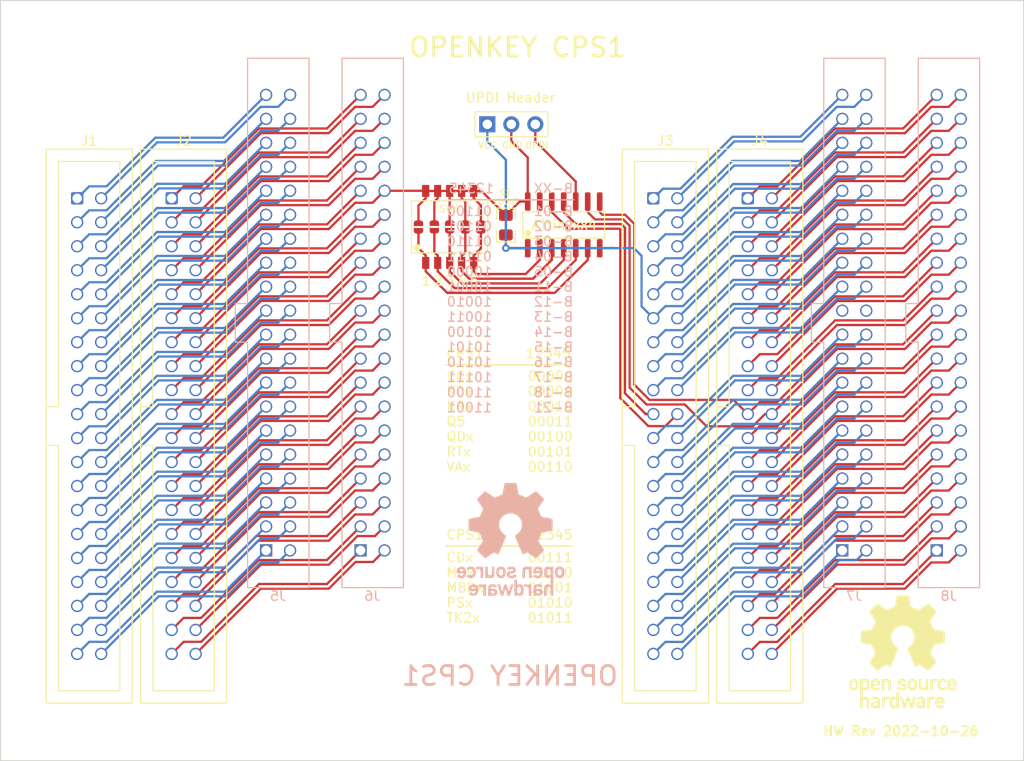
<source format=kicad_pcb>
(kicad_pcb (version 20211014) (generator pcbnew)
  (layers (0 "F.Cu" signal) (31 "B.Cu" signal) (34 "B.Paste" user) (35 "F.Paste" user) (36 "B.SilkS" user "B.Silkscreen") (37 "F.SilkS" user "F.Silkscreen") (38 "B.Mask" user) (39 "F.Mask" user) (44 "Edge.Cuts" user))
  (property "REV" "2022-10-26")
  (net 0 "")
  (net 1 "CNA-1")
  (net 3 "CNA-3")
  (net 5 "CNA-5")
  (net 6 "CNA-2")
  (net 7 "CNA-7")
  (net 8 "CNA-4")
  (net 9 "CNA-9")
  (net 10 "CNA-10")
  (net 11 "CNC-105")
  (net 12 "CNA-6")
  (net 13 "CNA-13")
  (net 14 "CNA-8")
  (net 15 "CNA-15")
  (net 16 "CNA-16")
  (net 17 "CNA-17")
  (net 18 "CNA-18")
  (net 19 "GND")
  (net 20 "VCC")
  (net 21 "CNA-21")
  (net 22 "CNA-22")
  (net 23 "CNA-23")
  (net 24 "CNA-24")
  (net 25 "CNA-25")
  (net 26 "CNA-26")
  (net 27 "CNA-27")
  (net 28 "CNA-28")
  (net 29 "CNA-29")
  (net 30 "CNA-30")
  (net 31 "CNA-31")
  (net 32 "CNA-32")
  (net 33 "CNA-33")
  (net 34 "CNA-34")
  (net 35 "CNA-35")
  (net 36 "CNA-36")
  (net 37 "CNA-37")
  (net 38 "CNA-38")
  (net 39 "CNA-39")
  (net 40 "CNA-40")
  (net 41 "CNB-80")
  (net 42 "CNB-79")
  (net 43 "CNB-78")
  (net 44 "CNB-77")
  (net 45 "CNB-76")
  (net 46 "CNB-75")
  (net 47 "CNB-74")
  (net 48 "CNB-73")
  (net 49 "CNB-72")
  (net 50 "CNB-71")
  (net 51 "CNB-70")
  (net 52 "CNB-69")
  (net 53 "CNB-68")
  (net 54 "CNB-67")
  (net 55 "CNB-66")
  (net 56 "CNB-65")
  (net 57 "CNB-64")
  (net 58 "CNB-63")
  (net 59 "DATA")
  (net 60 "SETUP")
  (net 61 "CNB-60")
  (net 62 "CNB-59")
  (net 63 "CNB-58")
  (net 64 "CNB-57")
  (net 65 "CNB-56")
  (net 66 "CNB-55")
  (net 67 "CNB-54")
  (net 68 "CNB-53")
  (net 69 "CNB-52")
  (net 70 "CNB-51")
  (net 71 "CNB-50")
  (net 72 "CNB-49")
  (net 73 "CNB-48")
  (net 74 "CNB-47")
  (net 75 "CNB-46")
  (net 76 "CNB-45")
  (net 77 "CNB-44")
  (net 78 "CNB-43")
  (net 79 "CNB-42")
  (net 80 "CNB-41")
  (net 81 "CND-121")
  (net 82 "CND-122")
  (net 83 "CND-123")
  (net 84 "CND-124")
  (net 85 "CND-125")
  (net 86 "CND-126")
  (net 87 "CND-127")
  (net 88 "CND-128")
  (net 89 "CND-129")
  (net 90 "CND-130")
  (net 91 "CND-131")
  (net 92 "CND-132")
  (net 93 "CND-133")
  (net 94 "CND-134")
  (net 95 "CND-135")
  (net 96 "CND-136")
  (net 97 "CND-137")
  (net 98 "CND-138")
  (net 99 "CND-139")
  (net 100 "CND-140")
  (net 101 "CND-141")
  (net 102 "CND-142")
  (net 103 "CND-143")
  (net 104 "CND-144")
  (net 105 "CND-145")
  (net 106 "CND-146")
  (net 107 "CND-147")
  (net 108 "CND-148")
  (net 109 "CND-149")
  (net 110 "CND-150")
  (net 111 "CND-151")
  (net 112 "CND-152")
  (net 113 "CND-153")
  (net 114 "CND-154")
  (net 115 "CND-155")
  (net 116 "CND-156")
  (net 117 "CND-157")
  (net 118 "CND-158")
  (net 119 "CND-159")
  (net 120 "CND-160")
  (net 121 "CNC-120")
  (net 122 "CNC-119")
  (net 123 "CNC-118")
  (net 124 "CNC-117")
  (net 125 "CNC-116")
  (net 126 "CNC-115")
  (net 127 "CNC-114")
  (net 128 "CNC-113")
  (net 129 "CNC-112")
  (net 130 "CNC-110")
  (net 131 "CNC-109")
  (net 132 "CNC-108")
  (net 133 "CNC-107")
  (net 134 "CNC-106")
  (net 135 "CNC-104")
  (net 136 "CNC-103")
  (net 137 "CNC-102")
  (net 138 "CNC-101")
  (net 139 "CNC-100")
  (net 140 "CNC-99")
  (net 141 "CNC-98")
  (net 142 "CNC-97")
  (net 143 "CNC-96")
  (net 144 "CNC-95")
  (net 145 "CNC-94")
  (net 146 "CNC-93")
  (net 147 "CNC-92")
  (net 148 "CNC-91")
  (net 149 "CNC-90")
  (net 150 "CNC-89")
  (net 151 "CNC-88")
  (net 152 "CNC-87")
  (net 153 "CNC-86")
  (net 154 "CNC-85")
  (net 155 "CNC-84")
  (net 156 "CNC-83")
  (net 157 "CNC-82")
  (net 158 "CNC-81")
  (net 159 "CLK2")
  (net 160 "CNA-12")
  (net 161 "CNA-14")
  (net 162 "/UPDI")
  (net 163 "/SW1-5")
  (net 164 "/SW1-4")
  (net 165 "/SW1-3")
  (net 166 "/SW1-1")
  (net 168 "CLK1")
  (net 170 "/SW1-2")
  (footprint "openkey:PinHeader_1x03_P2.54mm_Vertical" (layer "F.Cu") (at 162.42 53.1175 90)
    (fp_text reference "J9" hide)
    (fp_text value "Conn_01x03_Female" hide)
  )
  (footprint "openkey:SolderJumper-2_P1.3mm_Open_Pad1.0x0.6mm" (layer "F.Cu") (at 160.09 64 90)
    (fp_text reference "JP2" hide)
    (fp_text value "SolderJumper_2_Open")
  )
  (footprint "openkey:SolderJumper-2_P1.3mm_Open_Pad1.0x0.6mm" (layer "F.Cu") (at 156.81 63.9875 90)
    (fp_text reference "JP4" hide)
    (fp_text value "SolderJumper_2_Open")
  )
  (footprint "openkey:SW_DIP_SPSTx05_Slide_Wurth_416131160805_W7.62mm_P1.27mm" (layer "F.Cu") (at 158.435 63.9875 90)
    (fp_text reference "SW1")
    (fp_text value "SW_DIP_x05")
  )
  (footprint "openkey:SolderJumper-2_P1.3mm_Open_Pad1.0x0.6mm" (layer "F.Cu") (at 161.74 64 90)
    (fp_text reference "JP1" hide)
    (fp_text value "SolderJumper_2_Open")
  )
  (footprint "openkey:IDC-Header_2x20_P2.54mm_Vertical_1.3mm" (layer "F.Cu") (at 180 60.96)
    (fp_text reference "J3")
    (fp_text value "CNA Top")
  )
  (footprint "Symbol:OSHW-Logo_11.4x12mm_SilkScreen" (layer "F.Cu") (at 206.4 109)
    (fp_text reference "REF**" hide)
    (fp_text value "OSHW-Logo_11.4x12mm_SilkScreen" hide)
  )
  (footprint "openkey:IDC-Header_2x20_P2.54mm_Vertical_1.3mm" (layer "F.Cu") (at 129 60.96)
    (fp_text reference "J2")
    (fp_text value "CNC Top")
  )
  (footprint "openkey:SolderJumper-2_P1.3mm_Open_Pad1.0x0.6mm" (layer "F.Cu") (at 155.13 64 90)
    (fp_text reference "JP5" hide)
    (fp_text value "SolderJumper_2_Open")
  )
  (footprint "openkey:IDC-Header_2x20_P2.54mm_Vertical_1.3mm" (layer "F.Cu") (at 190 60.96)
    (fp_text reference "J4")
    (fp_text value "CNB Top")
  )
  (footprint "openkey-cps1:C_0805_2012Metric_Pad1.18x1.45mm_HandSolder_alt" (layer "F.Cu") (at 164.385 63.8 -90)
    (fp_text reference "C1")
    (fp_text value "100nF")
  )
  (footprint "openkey:IDC-Header_2x20_P2.54mm_Vertical_1.3mm" (layer "F.Cu") (at 119 60.96)
    (fp_text reference "J1")
    (fp_text value "CND Top")
  )
  (footprint "openkey:SolderJumper-2_P1.3mm_Open_Pad1.0x0.6mm" (layer "F.Cu") (at 158.435 63.9875 90)
    (fp_text reference "JP3" hide)
    (fp_text value "SolderJumper_2_Open")
  )
  (footprint "openkey:SOIC-14_3.9x8.7mm_P1.27mm" (layer "F.Cu") (at 170.51 63.775 90)
    (fp_text reference "U1" hide)
    (fp_text value "ATtinyxx4")
  )
  (footprint "openkey:PinSocket_2x20_P2.54mm_Vertical_1.3mm" (layer "B.Cu") (at 141.6 98.26)
    (fp_text reference "J5")
    (fp_text value "CND Bottom")
  )
  (footprint "openkey:PinSocket_2x20_P2.54mm_Vertical_1.3mm" (layer "B.Cu") (at 212.6 98.26)
    (fp_text reference "J8")
    (fp_text value "CNB Bottom")
  )
  (footprint "Symbol:OSHW-Logo_11.4x12mm_SilkScreen" (layer "B.Cu") (at 164.893717 97.092474 180)
    (fp_text reference "REF**" hide)
    (fp_text value "OSHW-Logo_11.4x12mm_SilkScreen" hide)
  )
  (footprint "openkey:PinSocket_2x20_P2.54mm_Vertical_1.3mm" (layer "B.Cu") (at 202.6 98.26)
    (fp_text reference "J7")
    (fp_text value "CNA Bottom")
  )
  (footprint "openkey:PinSocket_2x20_P2.54mm_Vertical_1.3mm" (layer "B.Cu") (at 151.6 98.26)
    (fp_text reference "J6")
    (fp_text value "CNC Bottom")
  )
  (gr_line (start 158.4 61.12) (end 171.6 61.12) (layer "B.SilkS") (width 0.15))
  (gr_line (start 158 97.8) (end 171.4 97.8) (layer "F.SilkS") (width 0.15))
  (gr_line (start 158 78.6) (end 171.2 78.6) (layer "F.SilkS") (width 0.15))
  (gr_line (start 219.2 40) (end 219.2 120.53) (layer "Edge.Cuts") (width 0.1))
  (gr_line (start 110.88 40) (end 219.2 40) (layer "Edge.Cuts") (width 0.1))
  (gr_line (start 110.88 120.53) (end 219.2 120.53) (layer "Edge.Cuts") (width 0.1))
  (gr_line (start 110.88 120.53) (end 110.88 40) (layer "Edge.Cuts") (width 0.1))
  (gr_text "B-17" (at 171.6 79.92) (layer "B.SilkS") (effects (font (size 1 1)) (justify left mirror)))
  (gr_text "10000" (at 163 68.72) (layer "B.SilkS") (effects (font (size 1 1)) (justify left mirror)))
  (gr_text "B-18" (at 171.6 81.52) (layer "B.SilkS") (effects (font (size 1 1)) (justify left mirror)))
  (gr_text "B-13" (at 171.6 73.52) (layer "B.SilkS") (effects (font (size 1 1)) (justify left mirror)))
  (gr_text "10101" (at 163 76.72) (layer "B.SilkS") (effects (font (size 1 1)) (justify left mirror)))
  (gr_text "B-03" (at 171.6 65.52) (layer "B.SilkS") (effects (font (size 1 1)) (justify left mirror)))
  (gr_text "01100" (at 163 62.32) (layer "B.SilkS") (effects (font (size 1 1)) (justify left mirror)))
  (gr_text "B-01" (at 171.6 62.32) (layer "B.SilkS") (effects (font (size 1 1)) (justify left mirror)))
  (gr_text "01101" (at 163 63.92) (layer "B.SilkS") (effects (font (size 1 1)) (justify left mirror)))
  (gr_text "B-12" (at 171.6 71.92) (layer "B.SilkS") (effects (font (size 1 1)) (justify left mirror)))
  (gr_text "B-02" (at 171.6 63.92) (layer "B.SilkS") (effects (font (size 1 1)) (justify left mirror)))
  (gr_text "B-15" (at 171.6 76.72) (layer "B.SilkS") (effects (font (size 1 1)) (justify left mirror)))
  (gr_text "12345" (at 163.2 59.92) (layer "B.SilkS") (effects (font (size 1 1)) (justify left mirror)))
  (gr_text "01111" (at 163 67.12) (layer "B.SilkS") (effects (font (size 1 1)) (justify left mirror)))
  (gr_text "10110" (at 163 78.32) (layer "B.SilkS") (effects (font (size 1 1)) (justify left mirror)))
  (gr_text "B-14" (at 171.6 75.12) (layer "B.SilkS") (effects (font (size 1 1)) (justify left mirror)))
  (gr_text "11000" (at 163 81.52) (layer "B.SilkS") (effects (font (size 1 1)) (justify left mirror)))
  (gr_text "10100" (at 163 75.12) (layer "B.SilkS") (effects (font (size 1 1)) (justify left mirror)))
  (gr_text "B-21" (at 171.6 83.12) (layer "B.SilkS") (effects (font (size 1 1)) (justify left mirror)))
  (gr_text "B-16" (at 171.6 78.32) (layer "B.SilkS") (effects (font (size 1 1)) (justify left mirror)))
  (gr_text "10011" (at 163 73.52) (layer "B.SilkS") (effects (font (size 1 1)) (justify left mirror)))
  (gr_text "01110" (at 163 65.52) (layer "B.SilkS") (effects (font (size 1 1)) (justify left mirror)))
  (gr_text "B-04" (at 171.6 67.12) (layer "B.SilkS") (effects (font (size 1 1)) (justify left mirror)))
  (gr_text "OPENKEY CPS1" (at 164.8 111.55) (layer "B.SilkS") (effects (font (size 2 2) (thickness 0.3)) (justify mirror)))
  (gr_text "10001" (at 163 70.32) (layer "B.SilkS") (effects (font (size 1 1)) (justify left mirror)))
  (gr_text "B-05" (at 171.6 68.72) (layer "B.SilkS") (effects (font (size 1 1)) (justify left mirror)))
  (gr_text "11001" (at 163 83.12) (layer "B.SilkS") (effects (font (size 1 1)) (justify left mirror)))
  (gr_text "B-11" (at 171.6 70.32) (layer "B.SilkS") (effects (font (size 1 1)) (justify left mirror)))
  (gr_text "B-XX" (at 171.6 59.92) (layer "B.SilkS") (effects (font (size 1 1)) (justify left mirror)))
  (gr_text "10111" (at 163 79.92) (layer "B.SilkS") (effects (font (size 1 1)) (justify left mirror)))
  (gr_text "10010" (at 163 71.92) (layer "B.SilkS") (effects (font (size 1 1)) (justify left mirror)))
  (gr_text "01001" (at 166.6 102.2) (layer "F.SilkS") (effects (font (size 1 1)) (justify left)))
  (gr_text "KDx" (at 158 81.4) (layer "F.SilkS") (effects (font (size 1 1)) (justify left)))
  (gr_text "HW Rev ${REV}" (at 206.2 117.4) (layer "F.SilkS") (effects (font (size 1 1) (thickness 0.2))))
  (gr_text "00100" (at 166.6 86.2) (layer "F.SilkS") (effects (font (size 1 1)) (justify left)))
  (gr_text "Q5" (at 158 84.6) (layer "F.SilkS") (effects (font (size 1 1)) (justify left)))
  (gr_text "UPDI" (at 167.655 55.3275) (layer "F.SilkS") (effects (font (size 0.7 0.7) (thickness 0.12))))
  (gr_text "UPDI Header" (at 164.885 50.2975) (layer "F.SilkS") (effects (font (size 1 1))))
  (gr_text "01011" (at 166.6 105.4) (layer "F.SilkS") (effects (font (size 1 1)) (justify left)))
  (gr_text "CDx" (at 158 99) (layer "F.SilkS") (effects (font (size 1 1)) (justify left)))
  (gr_text "RTx" (at 158 87.8) (layer "F.SilkS") (effects (font (size 1 1)) (justify left)))
  (gr_text "12345" (at 166.6 96.6) (layer "F.SilkS") (effects (font (size 1 1)) (justify left)))
  (gr_text "VCC" (at 162.465 55.3275) (layer "F.SilkS") (effects (font (size 0.7 0.7) (thickness 0.12))))
  (gr_text "00111" (at 166.6 99) (layer "F.SilkS") (effects (font (size 1 1)) (justify left)))
  (gr_text "00101" (at 166.6 87.8) (layer "F.SilkS") (effects (font (size 1 1)) (justify left)))
  (gr_text "4" (at 159.766 69.686) (layer "F.SilkS") (effects (font (size 1 1))))
  (gr_text "OPENKEY CPS1" (at 165.6 44.96) (layer "F.SilkS") (effects (font (size 2 2) (thickness 0.3))))
  (gr_text "CPS1" (at 158 77.4) (layer "F.SilkS") (effects (font (size 1 1)) (justify left)))
  (gr_text "KRx" (at 158 83) (layer "F.SilkS") (effects (font (size 1 1)) (justify left)))
  (gr_text "GND" (at 165.065 55.3275) (layer "F.SilkS") (effects (font (size 0.7 0.7) (thickness 0.12))))
  (gr_text "3" (at 158.496 69.686) (layer "F.SilkS") (effects (font (size 1 1))))
  (gr_text "00010" (at 166.6 83) (layer "F.SilkS") (effects (font (size 1 1)) (justify left)))
  (gr_text "01010" (at 166.6 103.8) (layer "F.SilkS") (effects (font (size 1 1)) (justify left)))
  (gr_text "00110" (at 166.6 89.4) (layer "F.SilkS") (effects (font (size 1 1)) (justify left)))
  (gr_text "MBx" (at 157.981971 100.6) (layer "F.SilkS") (effects (font (size 1 1)) (justify left)))
  (gr_text "12345" (at 166.4 77.4) (layer "F.SilkS") (effects (font (size 1 1)) (justify left)))
  (gr_text "VAx" (at 158 89.4) (layer "F.SilkS") (effects (font (size 1 1)) (justify left)))
  (gr_text "PSx" (at 158 103.8) (layer "F.SilkS") (effects (font (size 1 1)) (justify left)))
  (gr_text "TK2x" (at 158 105.4) (layer "F.SilkS") (effects (font (size 1 1)) (justify left)))
  (gr_text "00000" (at 166.6 79.8) (layer "F.SilkS") (effects (font (size 1 1)) (justify left)))
  (gr_text "00001" (at 166.6 81.4) (layer "F.SilkS") (effects (font (size 1 1)) (justify left)))
  (gr_text "2" (at 157.226 69.686) (layer "F.SilkS") (effects (font (size 1 1))))
  (gr_text "01000" (at 166.6 100.6) (layer "F.SilkS") (effects (font (size 1 1)) (justify left)))
  (gr_text "CPS1.5" (at 158 96.6) (layer "F.SilkS") (effects (font (size 1 1)) (justify left)))
  (gr_text "MBDx" (at 158 102.2) (layer "F.SilkS") (effects (font (size 1 1)) (justify left)))
  (gr_text "CCx" (at 158 79.8) (layer "F.SilkS") (effects (font (size 1 1)) (justify left)))
  (gr_text "00011" (at 166.6 84.6) (layer "F.SilkS") (effects (font (size 1 1)) (justify left)))
  (gr_text "1" (at 155.956 69.686) (layer "F.SilkS") (effects (font (size 1 1))))
  (gr_text "5" (at 161.036 69.686) (layer "F.SilkS") (effects (font (size 1 1))))
  (gr_text "QDx" (at 158 86.2) (layer "F.SilkS") (effects (font (size 1 1)) (justify left)))
  (segment (start 195.56 54.44) (end 188.367036 54.44) (width 0.24) (layer "B.Cu") (net 1))
  (segment (start 188.367036 54.44) (end 182.867036 59.94) (width 0.24) (layer "B.Cu") (net 1))
  (segment (start 182.867036 59.94) (end 181.02 59.94) (width 0.24) (layer "B.Cu") (net 1))
  (segment (start 200 50) (end 195.56 54.44) (width 0.24) (layer "B.Cu") (net 1))
  (segment (start 181.02 59.94) (end 180 60.96) (width 0.24) (layer "B.Cu") (net 1))
  (segment (start 183.118518 62.228518) (end 181.271482 62.228518) (width 0.24) (layer "B.Cu") (net 3))
  (segment (start 188.347036 57) (end 183.118518 62.228518) (width 0.24) (layer "B.Cu") (net 3))
  (segment (start 195.54 57) (end 188.347036 57) (width 0.24) (layer "B.Cu") (net 3))
  (segment (start 200 52.54) (end 195.54 57) (width 0.24) (layer "B.Cu") (net 3))
  (segment (start 181.271482 62.228518) (end 180 63.5) (width 0.24) (layer "B.Cu") (net 3))
  (segment (start 195.63 59.45) (end 200 55.08) (width 0.24) (layer "B.Cu") (net 5))
  (segment (start 180 66.04) (end 181.271482 64.768518) (width 0.24) (layer "B.Cu") (net 5))
  (segment (start 181.271482 64.768518) (end 183.118518 64.768518) (width 0.24) (layer "B.Cu") (net 5))
  (segment (start 188.437036 59.45) (end 195.63 59.45) (width 0.24) (layer "B.Cu") (net 5))
  (segment (start 183.118518 64.768518) (end 188.437036 59.45) (width 0.24) (layer "B.Cu") (net 5))
  (segment (start 199.422964 51.27) (end 201.27 51.27) (width 0.24) (layer "B.Cu") (net 6))
  (segment (start 201.27 51.27) (end 202.54 50) (width 0.24) (layer "B.Cu") (net 6))
  (segment (start 188.57 54.93) (end 195.762965 54.93) (width 0.24) (layer "B.Cu") (net 6))
  (segment (start 182.54 60.96) (end 188.57 54.93) (width 0.24) (layer "B.Cu") (net 6))
  (segment (start 195.762965 54.93) (end 199.422964 51.27) (width 0.24) (layer "B.Cu") (net 6))
  (segment (start 188.437036 61.99) (end 195.63 61.99) (width 0.24) (layer "B.Cu") (net 7))
  (segment (start 195.63 61.99) (end 200 57.62) (width 0.24) (layer "B.Cu") (net 7))
  (segment (start 183.117036 67.31) (end 188.437036 61.99) (width 0.24) (layer "B.Cu") (net 7))
  (segment (start 181.27 67.31) (end 183.117036 67.31) (width 0.24) (layer "B.Cu") (net 7))
  (segment (start 180 68.58) (end 181.27 67.31) (width 0.24) (layer "B.Cu") (net 7))
  (segment (start 199.422964 53.81) (end 201.27 53.81) (width 0.24) (layer "B.Cu") (net 8))
  (segment (start 188.55 57.49) (end 195.742964 57.49) (width 0.24) (layer "B.Cu") (net 8))
  (segment (start 201.27 53.81) (end 202.54 52.54) (width 0.24) (layer "B.Cu") (net 8))
  (segment (start 195.742964 57.49) (end 199.422964 53.81) (width 0.24) (layer "B.Cu") (net 8))
  (segment (start 182.54 63.5) (end 188.55 57.49) (width 0.24) (layer "B.Cu") (net 8))
  (segment (start 180 71.12) (end 181.271482 69.848518) (width 0.24) (layer "B.Cu") (net 9))
  (segment (start 188.437036 64.53) (end 195.63 64.53) (width 0.24) (layer "B.Cu") (net 9))
  (segment (start 181.271482 69.848518) (end 183.118518 69.848518) (width 0.24) (layer "B.Cu") (net 9))
  (segment (start 195.63 64.53) (end 200 60.16) (width 0.24) (layer "B.Cu") (net 9))
  (segment (start 183.118518 69.848518) (end 188.437036 64.53) (width 0.24) (layer "B.Cu") (net 9))
  (segment (start 188.64 65.02) (end 195.832965 65.02) (width 0.24) (layer "B.Cu") (net 10))
  (segment (start 195.832965 65.02) (end 199.422965 61.43) (width 0.24) (layer "B.Cu") (net 10))
  (segment (start 199.422965 61.43) (end 201.27 61.43) (width 0.24) (layer "B.Cu") (net 10))
  (segment (start 201.27 61.43) (end 202.54 60.16) (width 0.24) (layer "B.Cu") (net 10))
  (segment (start 182.54 71.12) (end 188.64 65.02) (width 0.24) (layer "B.Cu") (net 10))
  (segment (start 131.54 78.74) (end 138.45 71.83) (width 0.24) (layer "F.Cu") (net 11))
  (segment (start 145.642964 71.83) (end 148.422964 69.05) (width 0.24) (layer "F.Cu") (net 11))
  (segment (start 148.422964 69.05) (end 150.27 69.05) (width 0.24) (layer "F.Cu") (net 11))
  (segment (start 138.45 71.83) (end 145.642964 71.83) (width 0.24) (layer "F.Cu") (net 11))
  (segment (start 150.27 69.05) (end 151.54 67.78) (width 0.24) (layer "F.Cu") (net 11))
  (segment (start 195.832964 59.94) (end 199.422964 56.35) (width 0.24) (layer "B.Cu") (net 12))
  (segment (start 188.64 59.94) (end 195.832964 59.94) (width 0.24) (layer "B.Cu") (net 12))
  (segment (start 199.422964 56.35) (end 201.27 56.35) (width 0.24) (layer "B.Cu") (net 12))
  (segment (start 182.54 66.04) (end 188.64 59.94) (width 0.24) (layer "B.Cu") (net 12))
  (segment (start 201.27 56.35) (end 202.54 55.08) (width 0.24) (layer "B.Cu") (net 12))
  (segment (start 188.447036 69.6) (end 195.64 69.6) (width 0.24) (layer "B.Cu") (net 13))
  (segment (start 180 76.2) (end 181.27 74.93) (width 0.24) (layer "B.Cu") (net 13))
  (segment (start 195.64 69.6) (end 200 65.24) (width 0.24) (layer "B.Cu") (net 13))
  (segment (start 181.27 74.93) (end 183.117036 74.93) (width 0.24) (layer "B.Cu") (net 13))
  (segment (start 183.117036 74.93) (end 188.447036 69.6) (width 0.24) (layer "B.Cu") (net 13))
  (segment (start 199.422964 58.89) (end 201.27 58.89) (width 0.24) (layer "B.Cu") (net 14))
  (segment (start 201.27 58.89) (end 202.54 57.62) (width 0.24) (layer "B.Cu") (net 14))
  (segment (start 182.54 68.58) (end 188.64 62.48) (width 0.24) (layer "B.Cu") (net 14))
  (segment (start 188.64 62.48) (end 195.832964 62.48) (width 0.24) (layer "B.Cu") (net 14))
  (segment (start 195.832964 62.48) (end 199.422964 58.89) (width 0.24) (layer "B.Cu") (net 14))
  (segment (start 183.117036 77.47) (end 188.437036 72.15) (width 0.24) (layer "B.Cu") (net 15))
  (segment (start 180 78.74) (end 181.27 77.47) (width 0.24) (layer "B.Cu") (net 15))
  (segment (start 188.437036 72.15) (end 195.63 72.15) (width 0.24) (layer "B.Cu") (net 15))
  (segment (start 195.63 72.15) (end 200 67.78) (width 0.24) (layer "B.Cu") (net 15))
  (segment (start 181.27 77.47) (end 183.117036 77.47) (width 0.24) (layer "B.Cu") (net 15))
  (segment (start 188.64 72.64) (end 182.54 78.74) (width 0.24) (layer "B.Cu") (net 16))
  (segment (start 202.54 67.78) (end 201.28 69.04) (width 0.24) (layer "B.Cu") (net 16))
  (segment (start 195.832964 72.64) (end 188.64 72.64) (width 0.24) (layer "B.Cu") (net 16))
  (segment (start 199.432964 69.04) (end 195.832964 72.64) (width 0.24) (layer "B.Cu") (net 16))
  (segment (start 201.28 69.04) (end 199.432964 69.04) (width 0.24) (layer "B.Cu") (net 16))
  (segment (start 182.73 80.02) (end 183.107036 80.02) (width 0.24) (layer "B.Cu") (net 17))
  (segment (start 188.447035 74.68) (end 195.64 74.68) (width 0.24) (layer "B.Cu") (net 17))
  (segment (start 184.018518 79.108518) (end 188.447035 74.68) (width 0.24) (layer "B.Cu") (net 17))
  (segment (start 180 81.28) (end 181.26 80.02) (width 0.24) (layer "B.Cu") (net 17))
  (segment (start 195.64 74.68) (end 200 70.32) (width 0.24) (layer "B.Cu") (net 17))
  (segment (start 181.26 80.02) (end 182.73 80.02) (width 0.24) (layer "B.Cu") (net 17))
  (segment (start 183.107036 80.02) (end 184.018518 79.108518) (width 0.24) (layer "B.Cu") (net 17))
  (segment (start 201.27 71.59) (end 202.54 70.32) (width 0.24) (layer "B.Cu") (net 18))
  (segment (start 199.422964 71.59) (end 201.27 71.59) (width 0.24) (layer "B.Cu") (net 18))
  (segment (start 188.65 75.17) (end 195.842964 75.17) (width 0.24) (layer "B.Cu") (net 18))
  (segment (start 182.54 81.28) (end 188.65 75.17) (width 0.24) (layer "B.Cu") (net 18))
  (segment (start 195.842964 75.17) (end 199.422964 71.59) (width 0.24) (layer "B.Cu") (net 18))
  (segment (start 158.435 60.1775) (end 158.435 63.717333) (width 0.24) (layer "F.Cu") (net 19))
  (segment (start 155.895 60.1775) (end 157.165 60.1775) (width 0.24) (layer "F.Cu") (net 19))
  (segment (start 155.8775 60.16) (end 155.895 60.1775) (width 0.24) (layer "F.Cu") (net 19))
  (segment (start 161.74 61.71) (end 161.74 63.729833) (width 0.24) (layer "F.Cu") (net 19))
  (segment (start 159.705 60.955) (end 160.09 61.34) (width 0.24) (layer "F.Cu") (net 19))
  (segment (start 159.705 60.1775) (end 159.705 60.955) (width 0.24) (layer "F.Cu") (net 19))
  (segment (start 165.8475 61.3) (end 164.385 62.7625) (width 0.24) (layer "F.Cu") (net 19))
  (segment (start 145.65 64.21) (end 148.43 61.43) (width 0.24) (layer "F.Cu") (net 19))
  (segment (start 166.7 56.64) (end 166.7 60.23) (width 0.24) (layer "F.Cu") (net 19))
  (segment (start 160.09 61.34) (end 160.09 63.729833) (width 0.24) (layer "F.Cu") (net 19))
  (segment (start 166.7 60.23) (end 166.7 61.3) (width 0.24) (layer "F.Cu") (net 19))
  (segment (start 155.13 61.72) (end 155.13 63.729833) (width 0.24) (layer "F.Cu") (net 19))
  (segment (start 164.96 53.1175) (end 164.96 54.9) (width 0.24) (layer "F.Cu") (net 19))
  (segment (start 156.81 61.31) (end 156.81 63.717333) (width 0.24) (layer "F.Cu") (net 19))
  (segment (start 138.45 64.21) (end 145.65 64.21) (width 0.24) (layer "F.Cu") (net 19))
  (segment (start 157.165 60.1775) (end 157.165 60.955) (width 0.24) (layer "F.Cu") (net 19))
  (segment (start 155.895 60.1775) (end 155.895 60.955) (width 0.24) (layer "F.Cu") (net 19))
  (segment (start 150.27 61.43) (end 151.54 60.16) (width 0.24) (layer "F.Cu") (net 19))
  (segment (start 159.705 60.1775) (end 160.975 60.1775) (width 0.24) (layer "F.Cu") (net 19))
  (segment (start 131.54 71.12) (end 138.45 64.21) (width 0.24) (layer "F.Cu") (net 19))
  (segment (start 166.7 61.3) (end 165.8475 61.3) (width 0.24) (layer "F.Cu") (net 19))
  (segment (start 158.435 60.1775) (end 159.705 60.1775) (width 0.24) (layer "F.Cu") (net 19))
  (segment (start 164.96 54.9) (end 166.7 56.64) (width 0.24) (layer "F.Cu") (net 19))
  (segment (start 151.54 60.16) (end 155.8775 60.16) (width 0.24) (layer "F.Cu") (net 19))
  (segment (start 157.165 60.1775) (end 158.435 60.1775) (width 0.24) (layer "F.Cu") (net 19))
  (segment (start 148.43 61.43) (end 150.27 61.43) (width 0.24) (layer "F.Cu") (net 19))
  (segment (start 160.975 60.945) (end 161.74 61.71) (width 0.24) (layer "F.Cu") (net 19))
  (segment (start 160.975 60.1775) (end 160.975 60.945) (width 0.24) (layer "F.Cu") (net 19))
  (segment (start 164.96 54.9) (end 164.9375 54.9225) (width 0.24) (layer "F.Cu") (net 19))
  (segment (start 161.8 60.1775) (end 164.385 62.7625) (width 0.24) (layer "F.Cu") (net 19))
  (segment (start 155.895 60.955) (end 155.13 61.72) (width 0.24) (layer "F.Cu") (net 19))
  (segment (start 160.975 60.1775) (end 161.8 60.1775) (width 0.24) (layer "F.Cu") (net 19))
  (segment (start 157.165 60.955) (end 156.81 61.31) (width 0.24) (layer "F.Cu") (net 19))
  (segment (start 164.385 66.235) (end 164.4 66.25) (width 0.25) (layer "F.Cu") (net 20))
  (segment (start 164.385 64.8375) (end 164.385 66.235) (width 0.25) (layer "F.Cu") (net 20))
  (segment (start 164.4 66.25) (end 166.7 66.25) (width 0.25) (layer "F.Cu") (net 20))
  (via (at 164.385 66.235) (size 0.8) (drill 0.4) (layers "F.Cu" "B.Cu") (net 20))
  (segment (start 183.127036 72.38) (end 188.437036 67.07) (width 0.24) (layer "B.Cu") (net 20))
  (segment (start 164.385 66.235) (end 175.365 66.235) (width 0.25) (layer "B.Cu") (net 20))
  (segment (start 164.385 56.885) (end 162.42 54.92) (width 0.25) (layer "B.Cu") (net 20))
  (segment (start 195.63 67.07) (end 200 62.7) (width 0.24) (layer "B.Cu") (net 20))
  (segment (start 180 73.66) (end 178.75 72.41) (width 0.24) (layer "B.Cu") (net 20))
  (segment (start 188.437036 67.07) (end 195.63 67.07) (width 0.24) (layer "B.Cu") (net 20))
  (segment (start 162.42 53.1175) (end 162.42 54.92) (width 0.24) (layer "B.Cu") (net 20))
  (segment (start 164.385 66.235) (end 164.385 56.885) (width 0.25) (layer "B.Cu") (net 20))
  (segment (start 178.75 72.41) (end 178.75 67.05) (width 0.24) (layer "B.Cu") (net 20))
  (segment (start 180 73.66) (end 181.28 72.38) (width 0.24) (layer "B.Cu") (net 20))
  (segment (start 178.75 67.05) (end 177.935 66.235) (width 0.24) (layer "B.Cu") (net 20))
  (segment (start 175.365 66.235) (end 175.845 66.235) (width 0.25) (layer "B.Cu") (net 20))
  (segment (start 181.28 72.38) (end 183.127036 72.38) (width 0.24) (layer "B.Cu") (net 20))
  (segment (start 177.935 66.235) (end 175.365 66.235) (width 0.24) (layer "B.Cu") (net 20))
  (segment (start 195.64 79.76) (end 200 75.4) (width 0.24) (layer "B.Cu") (net 21))
  (segment (start 188.447036 79.76) (end 189.36 79.76) (width 0.24) (layer "B.Cu") (net 21))
  (segment (start 183.118518 85.088518) (end 188.447036 79.76) (width 0.24) (layer "B.Cu") (net 21))
  (segment (start 189.36 79.76) (end 195.64 79.76) (width 0.24) (layer "B.Cu") (net 21))
  (segment (start 180 86.36) (end 181.271482 85.088518) (width 0.24) (layer "B.Cu") (net 21))
  (segment (start 181.271482 85.088518) (end 183.118518 85.088518) (width 0.24) (layer "B.Cu") (net 21))
  (segment (start 202.54 75.4) (end 201.298518 76.641482) (width 0.24) (layer "B.Cu") (net 22))
  (segment (start 188.65 80.25) (end 182.54 86.36) (width 0.24) (layer "B.Cu") (net 22))
  (segment (start 195.842964 80.25) (end 188.65 80.25) (width 0.24) (layer "B.Cu") (net 22))
  (segment (start 199.451482 76.641482) (end 195.842964 80.25) (width 0.24) (layer "B.Cu") (net 22))
  (segment (start 201.298518 76.641482) (end 199.451482 76.641482) (width 0.24) (layer "B.Cu") (net 22))
  (segment (start 181.27 87.63) (end 183.117036 87.63) (width 0.24) (layer "B.Cu") (net 23))
  (segment (start 183.117036 87.63) (end 188.447035 82.3) (width 0.24) (layer "B.Cu") (net 23))
  (segment (start 195.64 82.3) (end 200 77.94) (width 0.24) (layer "B.Cu") (net 23))
  (segment (start 180 88.9) (end 181.27 87.63) (width 0.24) (layer "B.Cu") (net 23))
  (segment (start 188.447035 82.3) (end 195.64 82.3) (width 0.24) (layer "B.Cu") (net 23))
  (segment (start 188.65 82.79) (end 182.54 88.9) (width 0.24) (layer "B.Cu") (net 24))
  (segment (start 201.27 79.21) (end 199.422964 79.21) (width 0.24) (layer "B.Cu") (net 24))
  (segment (start 195.842964 82.79) (end 188.65 82.79) (width 0.24) (layer "B.Cu") (net 24))
  (segment (start 199.422964 79.21) (end 195.842964 82.79) (width 0.24) (layer "B.Cu") (net 24))
  (segment (start 202.54 77.94) (end 201.27 79.21) (width 0.24) (layer "B.Cu") (net 24))
  (segment (start 183.117036 90.17) (end 188.437036 84.85) (width 0.24) (layer "B.Cu") (net 25))
  (segment (start 180 91.44) (end 181.27 90.17) (width 0.24) (layer "B.Cu") (net 25))
  (segment (start 188.437036 84.85) (end 195.63 84.85) (width 0.24) (layer "B.Cu") (net 25))
  (segment (start 195.63 84.85) (end 200 80.48) (width 0.24) (layer "B.Cu") (net 25))
  (segment (start 181.27 90.17) (end 183.117036 90.17) (width 0.24) (layer "B.Cu") (net 25))
  (segment (start 188.64 85.34) (end 195.832964 85.34) (width 0.24) (layer "B.Cu") (net 26))
  (segment (start 201.28 81.74) (end 202.54 80.48) (width 0.24) (layer "B.Cu") (net 26))
  (segment (start 195.832964 85.34) (end 199.432964 81.74) (width 0.24) (layer "B.Cu") (net 26))
  (segment (start 199.432964 81.74) (end 201.28 81.74) (width 0.24) (layer "B.Cu") (net 26))
  (segment (start 182.54 91.44) (end 188.64 85.34) (width 0.24) (layer "B.Cu") (net 26))
  (segment (start 180 93.98) (end 181.27 92.71) (width 0.24) (layer "B.Cu") (net 27))
  (segment (start 183.117036 92.71) (end 188.447036 87.38) (width 0.24) (layer "B.Cu") (net 27))
  (segment (start 195.64 87.38) (end 200 83.02) (width 0.24) (layer "B.Cu") (net 27))
  (segment (start 188.447036 87.38) (end 195.64 87.38) (width 0.24) (layer "B.Cu") (net 27))
  (segment (start 181.27 92.71) (end 183.117036 92.71) (width 0.24) (layer "B.Cu") (net 27))
  (segment (start 182.54 93.98) (end 188.65 87.87) (width 0.24) (layer "B.Cu") (net 28))
  (segment (start 199.422964 84.29) (end 201.27 84.29) (width 0.24) (layer "B.Cu") (net 28))
  (segment (start 201.27 84.29) (end 202.54 83.02) (width 0.24) (layer "B.Cu") (net 28))
  (segment (start 195.842964 87.87) (end 199.422964 84.29) (width 0.24) (layer "B.Cu") (net 28))
  (segment (start 188.65 87.87) (end 195.842964 87.87) (width 0.24) (layer "B.Cu") (net 28))
  (segment (start 195.64 89.92) (end 200 85.56) (width 0.24) (layer "B.Cu") (net 29))
  (segment (start 181.271482 95.248518) (end 183.118518 95.248518) (width 0.24) (layer "B.Cu") (net 29))
  (segment (start 183.118518 95.248518) (end 188.447036 89.92) (width 0.24) (layer "B.Cu") (net 29))
  (segment (start 180 96.52) (end 181.271482 95.248518) (width 0.24) (layer "B.Cu") (net 29))
  (segment (start 188.447036 89.92) (end 195.64 89.92) (width 0.24) (layer "B.Cu") (net 29))
  (segment (start 195.842964 90.41) (end 199.422964 86.83) (width 0.24) (layer "B.Cu") (net 30))
  (segment (start 201.27 86.83) (end 202.54 85.56) (width 0.24) (layer "B.Cu") (net 30))
  (segment (start 199.422964 86.83) (end 201.27 86.83) (width 0.24) (layer "B.Cu") (net 30))
  (segment (start 188.65 90.41) (end 195.842964 90.41) (width 0.24) (layer "B.Cu") (net 30))
  (segment (start 182.54 96.52) (end 188.65 90.41) (width 0.24) (layer "B.Cu") (net 30))
  (segment (start 181.266482 97.793518) (end 183.113518 97.793518) (width 0.24) (layer "B.Cu") (net 31))
  (segment (start 183.113518 97.793518) (end 188.437036 92.47) (width 0.24) (layer "B.Cu") (net 31))
  (segment (start 195.63 92.47) (end 200 88.1) (width 0.24) (layer "B.Cu") (net 31))
  (segment (start 188.437036 92.47) (end 195.63 92.47) (width 0.24) (layer "B.Cu") (net 31))
  (segment (start 180 99.06) (end 181.266482 97.793518) (width 0.24) (layer "B.Cu") (net 31))
  (segment (start 182.54 99.06) (end 188.64 92.96) (width 0.24) (layer "B.Cu") (net 32))
  (segment (start 195.832964 92.96) (end 199.422964 89.37) (width 0.24) (layer "B.Cu") (net 32))
  (segment (start 199.422964 89.37) (end 201.27 89.37) (width 0.24) (layer "B.Cu") (net 32))
  (segment (start 201.27 89.37) (end 202.54 88.1) (width 0.24) (layer "B.Cu") (net 32))
  (segment (start 188.64 92.96) (end 195.832964 92.96) (width 0.24) (layer "B.Cu") (net 32))
  (segment (start 183.118518 100.328518) (end 181.271482 100.328518) (width 0.24) (layer "B.Cu") (net 33))
  (segment (start 195.63 95.01) (end 188.437036 95.01) (width 0.24) (layer "B.Cu") (net 33))
  (segment (start 188.437036 95.01) (end 183.118518 100.328518) (width 0.24) (layer "B.Cu") (net 33))
  (segment (start 200 90.64) (end 195.63 95.01) (width 0.24) (layer "B.Cu") (net 33))
  (segment (start 181.271482 100.328518) (end 180 101.6) (width 0.24) (layer "B.Cu") (net 33))
  (segment (start 182.54 101.6) (end 188.64 95.5) (width 0.24) (layer "B.Cu") (net 34))
  (segment (start 201.27 91.91) (end 202.54 90.64) (width 0.24) (layer "B.Cu") (net 34))
  (segment (start 199.422964 91.91) (end 201.27 91.91) (width 0.24) (layer "B.Cu") (net 34))
  (segment (start 188.64 95.5) (end 195.832964 95.5) (width 0.24) (layer "B.Cu") (net 34))
  (segment (start 195.832964 95.5) (end 199.422964 91.91) (width 0.24) (layer "B.Cu") (net 34))
  (segment (start 180 104.14) (end 181.266482 102.873518) (width 0.24) (layer "B.Cu") (net 35))
  (segment (start 195.63 97.55) (end 200 93.18) (width 0.24) (layer "B.Cu") (net 35))
  (segment (start 188.437036 97.55) (end 195.63 97.55) (width 0.24) (layer "B.Cu") (net 35))
  (segment (start 181.266482 102.873518) (end 183.113518 102.873518) (width 0.24) (layer "B.Cu") (net 35))
  (segment (start 183.113518 102.873518) (end 188.437036 97.55) (width 0.24) (layer "B.Cu") (net 35))
  (segment (start 182.54 104.14) (end 188.64 98.04) (width 0.24) (layer "B.Cu") (net 36))
  (segment (start 188.64 98.04) (end 195.832965 98.04) (width 0.24) (layer "B.Cu") (net 36))
  (segment (start 201.27 94.45) (end 202.54 93.18) (width 0.24) (layer "B.Cu") (net 36))
  (segment (start 195.832965 98.04) (end 199.422965 94.45) (width 0.24) (layer "B.Cu") (net 36))
  (segment (start 199.422965 94.45) (end 201.27 94.45) (width 0.24) (layer "B.Cu") (net 36))
  (segment (start 195.63 100.09) (end 188.437035 100.09) (width 0.24) (layer "B.Cu") (net 37))
  (segment (start 188.437035 100.09) (end 183.117036 105.41) (width 0.24) (layer "B.Cu") (net 37))
  (segment (start 183.117036 105.41) (end 181.27 105.41) (width 0.24) (layer "B.Cu") (net 37))
  (segment (start 181.27 105.41) (end 180 106.68) (width 0.24) (layer "B.Cu") (net 37))
  (segment (start 200 95.72) (end 195.63 100.09) (width 0.24) (layer "B.Cu") (net 37))
  (segment (start 195.832964 100.58) (end 199.412964 97) (width 0.24) (layer "B.Cu") (net 38))
  (segment (start 188.64 100.58) (end 195.832964 100.58) (width 0.24) (layer "B.Cu") (net 38))
  (segment (start 199.412964 97) (end 201.26 97) (width 0.24) (layer "B.Cu") (net 38))
  (segment (start 182.54 106.68) (end 188.64 100.58) (width 0.24) (layer "B.Cu") (net 38))
  (segment (start 201.26 97) (end 202.54 95.72) (width 0.24) (layer "B.Cu") (net 38))
  (segment (start 181.27 107.95) (end 180 109.22) (width 0.24) (layer "B.Cu") (net 39))
  (segment (start 183.117036 107.95) (end 181.27 107.95) (width 0.24) (layer "B.Cu") (net 39))
  (segment (start 188.437036 102.63) (end 183.117036 107.95) (width 0.24) (layer "B.Cu") (net 39))
  (segment (start 200 98.26) (end 195.63 102.63) (width 0.24) (layer "B.Cu") (net 39))
  (segment (start 195.63 102.63) (end 188.437036 102.63) (width 0.24) (layer "B.Cu") (net 39))
  (segment (start 202.54 98.26) (end 201.52 99.28) (width 0.24) (layer "B.Cu") (net 40))
  (segment (start 199.672964 99.28) (end 195.832964 103.12) (width 0.24) (layer "B.Cu") (net 40))
  (segment (start 188.64 103.12) (end 182.54 109.22) (width 0.24) (layer "B.Cu") (net 40))
  (segment (start 195.832964 103.12) (end 188.64 103.12) (width 0.24) (layer "B.Cu") (net 40))
  (segment (start 201.52 99.28) (end 199.672964 99.28) (width 0.24) (layer "B.Cu") (net 40))
  (segment (start 193.113518 59.693518) (end 191.266482 59.693518) (width 0.24) (layer "F.Cu") (net 41))
  (segment (start 199.247036 53.56) (end 193.113518 59.693518) (width 0.24) (layer "F.Cu") (net 41))
  (segment (start 206.44 53.56) (end 199.247036 53.56) (width 0.24) (layer "F.Cu") (net 41))
  (segment (start 191.266482 59.693518) (end 190 60.96) (width 0.24) (layer "F.Cu") (net 41))
  (segment (start 210 50) (end 206.44 53.56) (width 0.24) (layer "F.Cu") (net 41))
  (segment (start 192.54 60.96) (end 199.44 54.06) (width 0.24) (layer "F.Cu") (net 42))
  (segment (start 211.27 51.27) (end 212.54 50) (width 0.24) (layer "F.Cu") (net 42))
  (segment (start 199.44 54.06) (end 206.632964 54.06) (width 0.24) (layer "F.Cu") (net 42))
  (segment (start 209.422964 51.27) (end 211.27 51.27) (width 0.24) (layer "F.Cu") (net 42))
  (segment (start 206.632964 54.06) (end 209.422964 51.27) (width 0.24) (layer "F.Cu") (net 42))
  (segment (start 210 52.54) (end 206.44 56.1) (width 0.24) (layer "F.Cu") (net 43))
  (segment (start 193.117036 62.23) (end 191.27 62.23) (width 0.24) (layer "F.Cu") (net 43))
  (segment (start 199.247036 56.1) (end 193.117036 62.23) (width 0.24) (layer "F.Cu") (net 43))
  (segment (start 191.27 62.23) (end 190 63.5) (width 0.24) (layer "F.Cu") (net 43))
  (segment (start 206.44 56.1) (end 199.247036 56.1) (width 0.24) (layer "F.Cu") (net 43))
  (segment (start 211.27 53.81) (end 212.54 52.54) (width 0.24) (layer "F.Cu") (net 44))
  (segment (start 209.422964 53.81) (end 211.27 53.81) (width 0.24) (layer "F.Cu") (net 44))
  (segment (start 192.54 63.5) (end 199.45 56.59) (width 0.24) (layer "F.Cu") (net 44))
  (segment (start 199.45 56.59) (end 206.642965 56.59) (width 0.24) (layer "F.Cu") (net 44))
  (segment (start 206.642965 56.59) (end 209.422964 53.81) (width 0.24) (layer "F.Cu") (net 44))
  (segment (start 206.44 58.64) (end 199.247036 58.64) (width 0.24) (layer "F.Cu") (net 45))
  (segment (start 191.27 64.77) (end 190 66.04) (width 0.24) (layer "F.Cu") (net 45))
  (segment (start 193.117036 64.77) (end 191.27 64.77) (width 0.24) (layer "F.Cu") (net 45))
  (segment (start 199.247036 58.64) (end 193.117036 64.77) (width 0.24) (layer "F.Cu") (net 45))
  (segment (start 210 55.08) (end 206.44 58.64) (width 0.24) (layer "F.Cu") (net 45))
  (segment (start 206.642964 59.13) (end 209.422964 56.35) (width 0.24) (layer "F.Cu") (net 46))
  (segment (start 192.54 66.04) (end 199.45 59.13) (width 0.24) (layer "F.Cu") (net 46))
  (segment (start 211.27 56.35) (end 212.54 55.08) (width 0.24) (layer "F.Cu") (net 46))
  (segment (start 209.422964 56.35) (end 211.27 56.35) (width 0.24) (layer "F.Cu") (net 46))
  (segment (start 199.45 59.13) (end 206.642964 59.13) (width 0.24) (layer "F.Cu") (net 46))
  (segment (start 191.271482 67.308518) (end 190 68.58) (width 0.24) (layer "F.Cu") (net 47))
  (segment (start 199.237036 61.19) (end 193.118518 67.308518) (width 0.24) (layer "F.Cu") (net 47))
  (segment (start 210 57.62) (end 206.43 61.19) (width 0.24) (layer "F.Cu") (net 47))
  (segment (start 206.43 61.19) (end 199.237036 61.19) (width 0.24) (layer "F.Cu") (net 47))
  (segment (start 193.118518 67.308518) (end 191.271482 67.308518) (width 0.24) (layer "F.Cu") (net 47))
  (segment (start 211.27 58.89) (end 212.54 57.62) (width 0.24) (layer "F.Cu") (net 48))
  (segment (start 209.422964 58.89) (end 211.27 58.89) (width 0.24) (layer "F.Cu") (net 48))
  (segment (start 206.632965 61.68) (end 209.422964 58.89) (width 0.24) (layer "F.Cu") (net 48))
  (segment (start 199.44 61.68) (end 206.632965 61.68) (width 0.24) (layer "F.Cu") (net 48))
  (segment (start 192.54 68.58) (end 199.44 61.68) (width 0.24) (layer "F.Cu") (net 48))
  (segment (start 206.43 63.73) (end 199.237036 63.73) (width 0.24) (layer "F.Cu") (net 49))
  (segment (start 191.271482 69.848518) (end 190 71.12) (width 0.24) (layer "F.Cu") (net 49))
  (segment (start 193.118518 69.848518) (end 191.271482 69.848518) (width 0.24) (layer "F.Cu") (net 49))
  (segment (start 210 60.16) (end 206.43 63.73) (width 0.24) (layer "F.Cu") (net 49))
  (segment (start 199.237036 63.73) (end 193.118518 69.848518) (width 0.24) (layer "F.Cu") (net 49))
  (segment (start 206.632964 64.22) (end 209.422964 61.43) (width 0.24) (layer "F.Cu") (net 50))
  (segment (start 211.27 61.43) (end 212.54 60.16) (width 0.24) (layer "F.Cu") (net 50))
  (segment (start 209.422964 61.43) (end 211.27 61.43) (width 0.24) (layer "F.Cu") (net 50))
  (segment (start 192.54 71.12) (end 199.44 64.22) (width 0.24) (layer "F.Cu") (net 50))
  (segment (start 199.44 64.22) (end 206.632964 64.22) (width 0.24) (layer "F.Cu") (net 50))
  (segment (start 194.12 71.38) (end 194.12 71.387036) (width 0.24) (layer "F.Cu") (net 51))
  (segment (start 193.113518 72.393518) (end 191.266482 72.393518) (width 0.24) (layer "F.Cu") (net 51))
  (segment (start 206.43 66.27) (end 199.23 66.27) (width 0.24) (layer "F.Cu") (net 51))
  (segment (start 194.12 71.387036) (end 193.113518 72.393518) (width 0.24) (layer "F.Cu") (net 51))
  (segment (start 199.23 66.27) (end 194.12 71.38) (width 0.24) (layer "F.Cu") (net 51))
  (segment (start 210 62.7) (end 206.43 66.27) (width 0.24) (layer "F.Cu") (net 51))
  (segment (start 191.266482 72.393518) (end 190 73.66) (width 0.24) (layer "F.Cu") (net 51))
  (segment (start 192.54 73.66) (end 199.44 66.76) (width 0.24) (layer "F.Cu") (net 52))
  (segment (start 211.27 63.97) (end 212.54 62.7) (width 0.24) (layer "F.Cu") (net 52))
  (segment (start 199.44 66.76) (end 206.632964 66.76) (width 0.24) (layer "F.Cu") (net 52))
  (segment (start 209.422964 63.97) (end 211.27 63.97) (width 0.24) (layer "F.Cu") (net 52))
  (segment (start 206.632964 66.76) (end 209.422964 63.97) (width 0.24) (layer "F.Cu") (net 52))
  (segment (start 206.44 68.8) (end 199.247036 68.8) (width 0.24) (layer "F.Cu") (net 53))
  (segment (start 191.27 74.93) (end 190 76.2) (width 0.24) (layer "F.Cu") (net 53))
  (segment (start 193.117036 74.93) (end 191.27 74.93) (width 0.24) (layer "F.Cu") (net 53))
  (segment (start 199.247036 68.8) (end 193.117036 74.93) (width 0.24) (layer "F.Cu") (net 53))
  (segment (start 210 65.24) (end 206.44 68.8) (width 0.24) (layer "F.Cu") (net 53))
  (segment (start 199.44 69.3) (end 206.632964 69.3) (width 0.24) (layer "F.Cu") (net 54))
  (segment (start 209.422964 66.51) (end 211.27 66.51) (width 0.24) (layer "F.Cu") (net 54))
  (segment (start 211.27 66.51) (end 212.54 65.24) (width 0.24) (layer "F.Cu") (net 54))
  (segment (start 192.54 76.2) (end 199.44 69.3) (width 0.24) (layer "F.Cu") (net 54))
  (segment (start 206.632964 69.3) (end 209.422964 66.51) (width 0.24) (layer "F.Cu") (net 54))
  (segment (start 199.237036 71.35) (end 193.117036 77.47) (width 0.24) (layer "F.Cu") (net 55))
  (segment (start 193.117036 77.47) (end 191.27 77.47) (width 0.24) (layer "F.Cu") (net 55))
  (segment (start 191.27 77.47) (end 190 78.74) (width 0.24) (layer "F.Cu") (net 55))
  (segment (start 210 67.78) (end 206.43 71.35) (width 0.24) (layer "F.Cu") (net 55))
  (segment (start 206.43 71.35) (end 199.237036 71.35) (width 0.24) (layer "F.Cu") (net 55))
  (segment (start 211.27 69.05) (end 212.54 67.78) (width 0.24) (layer "F.Cu") (net 56))
  (segment (start 209.422964 69.05) (end 211.27 69.05) (width 0.24) (layer "F.Cu") (net 56))
  (segment (start 199.44 71.84) (end 206.632964 71.84) (width 0.24) (layer "F.Cu") (net 56))
  (segment (start 206.632964 71.84) (end 209.422964 69.05) (width 0.24) (layer "F.Cu") (net 56))
  (segment (start 192.54 78.74) (end 199.44 71.84) (width 0.24) (layer "F.Cu") (net 56))
  (segment (start 206.43 73.89) (end 199.237036 73.89) (width 0.24) (layer "F.Cu") (net 57))
  (segment (start 199.237036 73.89) (end 193.123518 80.003518) (width 0.24) (layer "F.Cu") (net 57))
  (segment (start 191.276482 80.003518) (end 190 81.28) (width 0.24) (layer "F.Cu") (net 57))
  (segment (start 193.123518 80.003518) (end 191.276482 80.003518) (width 0.24) (layer "F.Cu") (net 57))
  (segment (start 210 70.32) (end 206.43 73.89) (width 0.24) (layer "F.Cu") (net 57))
  (segment (start 209.422964 71.59) (end 211.27 71.59) (width 0.24) (layer "F.Cu") (net 58))
  (segment (start 206.632964 74.38) (end 209.422964 71.59) (width 0.24) (layer "F.Cu") (net 58))
  (segment (start 192.54 81.28) (end 199.44 74.38) (width 0.24) (layer "F.Cu") (net 58))
  (segment (start 211.27 71.59) (end 212.54 70.32) (width 0.24) (layer "F.Cu") (net 58))
  (segment (start 199.44 74.38) (end 206.632964 74.38) (width 0.24) (layer "F.Cu") (net 58))
  (segment (start 174.6 62.7) (end 174.32 62.42) (width 0.24) (layer "F.Cu") (net 59))
  (segment (start 178.213751 80.936249) (end 177.975 80.697498) (width 0.24) (layer "F.Cu") (net 59))
  (segment (start 193.127036 82.54) (end 199.237036 76.43) (width 0.24) (layer "F.Cu") (net 59))
  (segment (start 174.32 62.42) (end 174.32 61.3) (width 0.24) (layer "F.Cu") (net 59))
  (segment (start 179.587502 82.31) (end 188.49 82.31) (width 0.24) (layer "F.Cu") (net 59))
  (segment (start 191.28 82.54) (end 193.127036 82.54) (width 0.24) (layer "F.Cu") (net 59))
  (segment (start 177.98 80.702498) (end 178.213751 80.936249) (width 0.24) (layer "F.Cu") (net 59))
  (segment (start 206.43 76.43) (end 210 72.86) (width 0.24) (layer "F.Cu") (net 59))
  (segment (start 190 83.82) (end 191.28 82.54) (width 0.24) (layer "F.Cu") (net 59))
  (segment (start 177.975 63.661964) (end 177.013036 62.7) (width 0.24) (layer "F.Cu") (net 59))
  (segment (start 177.975 80.697498) (end 177.975 63.661964) (width 0.24) (layer "F.Cu") (net 59))
  (segment (start 177.013036 62.7) (end 174.6 62.7) (width 0.24) (layer "F.Cu") (net 59))
  (segment (start 178.213751 80.936249) (end 179.587502 82.31) (width 0.24) (layer "F.Cu") (net 59))
  (segment (start 188.49 82.31) (end 190 83.82) (width 0.24) (layer "F.Cu") (net 59))
  (segment (start 199.237036 76.43) (end 206.43 76.43) (width 0.24) (layer "F.Cu") (net 59))
  (segment (start 179.47 85.09) (end 176.495 82.115) (width 0.24) (layer "F.Cu") (net 60))
  (segment (start 182.54 83.82) (end 181.27 85.09) (width 0.24) (layer "F.Cu") (net 60))
  (segment (start 176.495 82.115) (end 176.495 64.275) (width 0.24) (layer "F.Cu") (net 60))
  (segment (start 171.005 64.18) (end 169.24 62.415) (width 0.24) (layer "F.Cu") (net 60))
  (segment (start 176.495 64.275) (end 176.4 64.18) (width 0.24) (layer "F.Cu") (net 60))
  (segment (start 176.4 64.18) (end 171.005 64.18) (width 0.24) (layer "F.Cu") (net 60))
  (segment (start 181.27 85.09) (end 179.47 85.09) (width 0.24) (layer "F.Cu") (net 60))
  (segment (start 169.24 62.415) (end 169.24 61.3) (width 0.24) (layer "F.Cu") (net 60))
  (segment (start 210 75.4) (end 206.43 78.97) (width 0.24) (layer "F.Cu") (net 61))
  (segment (start 199.237036 78.97) (end 193.117036 85.09) (width 0.24) (layer "F.Cu") (net 61))
  (segment (start 206.43 78.97) (end 199.237036 78.97) (width 0.24) (layer "F.Cu") (net 61))
  (segment (start 191.27 85.09) (end 190 86.36) (width 0.24) (layer "F.Cu") (net 61))
  (segment (start 193.117036 85.09) (end 191.27 85.09) (width 0.24) (layer "F.Cu") (net 61))
  (segment (start 192.54 86.36) (end 199.44 79.46) (width 0.24) (layer "F.Cu") (net 62))
  (segment (start 211.27 76.67) (end 212.54 75.4) (width 0.24) (layer "F.Cu") (net 62))
  (segment (start 209.422965 76.67) (end 211.27 76.67) (width 0.24) (layer "F.Cu") (net 62))
  (segment (start 199.44 79.46) (end 206.632965 79.46) (width 0.24) (layer "F.Cu") (net 62))
  (segment (start 206.632965 79.46) (end 209.422965 76.67) (width 0.24) (layer "F.Cu") (net 62))
  (segment (start 191.27 87.63) (end 193.117036 87.63) (width 0.24) (layer "F.Cu") (net 63))
  (segment (start 199.237036 81.51) (end 206.43 81.51) (width 0.24) (layer "F.Cu") (net 63))
  (segment (start 206.43 81.51) (end 210 77.94) (width 0.24) (layer "F.Cu") (net 63))
  (segment (start 193.117036 87.63) (end 199.237036 81.51) (width 0.24) (layer "F.Cu") (net 63))
  (segment (start 190 88.9) (end 191.27 87.63) (width 0.24) (layer "F.Cu") (net 63))
  (segment (start 206.632964 82) (end 209.422964 79.21) (width 0.24) (layer "F.Cu") (net 64))
  (segment (start 192.54 88.9) (end 199.44 82) (width 0.24) (layer "F.Cu") (net 64))
  (segment (start 199.44 82) (end 206.632964 82) (width 0.24) (layer "F.Cu") (net 64))
  (segment (start 211.27 79.21) (end 212.54 77.94) (width 0.24) (layer "F.Cu") (net 64))
  (segment (start 209.422964 79.21) (end 211.27 79.21) (width 0.24) (layer "F.Cu") (net 64))
  (segment (start 193.117036 90.17) (end 199.237036 84.05) (width 0.24) (layer "F.Cu") (net 65))
  (segment (start 206.43 84.05) (end 210 80.48) (width 0.24) (layer "F.Cu") (net 65))
  (segment (start 191.27 90.17) (end 193.117036 90.17) (width 0.24) (layer "F.Cu") (net 65))
  (segment (start 199.237036 84.05) (end 206.43 84.05) (width 0.24) (layer "F.Cu") (net 65))
  (segment (start 190 91.44) (end 191.27 90.17) (width 0.24) (layer "F.Cu") (net 65))
  (segment (start 192.54 91.44) (end 199.44 84.54) (width 0.24) (layer "F.Cu") (net 66))
  (segment (start 211.27 81.75) (end 212.54 80.48) (width 0.24) (layer "F.Cu") (net 66))
  (segment (start 206.632964 84.54) (end 209.422964 81.75) (width 0.24) (layer "F.Cu") (net 66))
  (segment (start 199.44 84.54) (end 206.632964 84.54) (width 0.24) (layer "F.Cu") (net 66))
  (segment (start 209.422964 81.75) (end 211.27 81.75) (width 0.24) (layer "F.Cu") (net 66))
  (segment (start 193.117036 92.71) (end 199.237036 86.59) (width 0.24) (layer "F.Cu") (net 67))
  (segment (start 199.237036 86.59) (end 206.43 86.59) (width 0.24) (layer "F.Cu") (net 67))
  (segment (start 206.43 86.59) (end 210 83.02) (width 0.24) (layer "F.Cu") (net 67))
  (segment (start 190 93.98) (end 191.27 92.71) (width 0.24) (layer "F.Cu") (net 67))
  (segment (start 191.27 92.71) (end 193.117036 92.71) (width 0.24) (layer "F.Cu") (net 67))
  (segment (start 192.54 93.98) (end 199.44 87.08) (width 0.24) (layer "F.Cu") (net 68))
  (segment (start 211.27 84.29) (end 212.54 83.02) (width 0.24) (layer "F.Cu") (net 68))
  (segment (start 206.632964 87.08) (end 209.422964 84.29) (width 0.24) (layer "F.Cu") (net 68))
  (segment (start 199.44 87.08) (end 206.632964 87.08) (width 0.24) (layer "F.Cu") (net 68))
  (segment (start 209.422964 84.29) (end 211.27 84.29) (width 0.24) (layer "F.Cu") (net 68))
  (segment (start 193.117036 95.25) (end 199.237036 89.13) (width 0.24) (layer "F.Cu") (net 69))
  (segment (start 190 96.52) (end 191.27 95.25) (width 0.24) (layer "F.Cu") (net 69))
  (segment (start 199.237036 89.13) (end 206.43 89.13) (width 0.24) (layer "F.Cu") (net 69))
  (segment (start 191.27 95.25) (end 193.117036 95.25) (width 0.24) (layer "F.Cu") (net 69))
  (segment (start 206.43 89.13) (end 210 85.56) (width 0.24) (layer "F.Cu") (net 69))
  (segment (start 206.632964 89.62) (end 209.422964 86.83) (width 0.24) (layer "F.Cu") (net 70))
  (segment (start 199.44 89.62) (end 206.632964 89.62) (width 0.24) (layer "F.Cu") (net 70))
  (segment (start 209.422964 86.83) (end 211.27 86.83) (width 0.24) (layer "F.Cu") (net 70))
  (segment (start 192.54 96.52) (end 199.44 89.62) (width 0.24) (layer "F.Cu") (net 70))
  (segment (start 211.27 86.83) (end 212.54 85.56) (width 0.24) (layer "F.Cu") (net 70))
  (segment (start 206.43 91.67) (end 210 88.1) (width 0.24) (layer "F.Cu") (net 71))
  (segment (start 193.117036 97.79) (end 199.237036 91.67) (width 0.24) (layer "F.Cu") (net 71))
  (segment (start 191.27 97.79) (end 193.117036 97.79) (width 0.24) (layer "F.Cu") (net 71))
  (segment (start 190 99.06) (end 191.27 97.79) (width 0.24) (layer "F.Cu") (net 71))
  (segment (start 199.237036 91.67) (end 206.43 91.67) (width 0.24) (layer "F.Cu") (net 71))
  (segment (start 211.28 89.36) (end 212.54 88.1) (width 0.24) (layer "F.Cu") (net 72))
  (segment (start 199.44 92.16) (end 206.632964 92.16) (width 0.24) (layer "F.Cu") (net 72))
  (segment (start 206.632964 92.16) (end 209.432964 89.36) (width 0.24) (layer "F.Cu") (net 72))
  (segment (start 209.432964 89.36) (end 211.28 89.36) (width 0.24) (layer "F.Cu") (net 72))
  (segment (start 192.54 99.06) (end 199.44 92.16) (width 0.24) (layer "F.Cu") (net 72))
  (segment (start 206.43 94.21) (end 210 90.64) (width 0.24) (layer "F.Cu") (net 73))
  (segment (start 193.117036 100.33) (end 199.237036 94.21) (width 0.24) (layer "F.Cu") (net 73))
  (segment (start 199.237036 94.21) (end 206.43 94.21) (width 0.24) (layer "F.Cu") (net 73))
  (segment (start 190 101.6) (end 191.27 100.33) (width 0.24) (layer "F.Cu") (net 73))
  (segment (start 191.27 100.33) (end 193.117036 100.33) (width 0.24) (layer "F.Cu") (net 73))
  (segment (start 206.632964 94.7) (end 209.412964 91.92) (width 0.24) (layer "F.Cu") (net 74))
  (segment (start 199.44 94.7) (end 206.632964 94.7) (width 0.24) (layer "F.Cu") (net 74))
  (segment (start 192.54 101.6) (end 199.44 94.7) (width 0.24) (layer "F.Cu") (net 74))
  (segment (start 211.26 91.92) (end 212.54 90.64) (width 0.24) (layer "F.Cu") (net 74))
  (segment (start 209.412964 91.92) (end 211.26 91.92) (width 0.24) (layer "F.Cu") (net 74))
  (segment (start 206.44 96.74) (end 210 93.18) (width 0.24) (layer "F.Cu") (net 75))
  (segment (start 191.27 102.87) (end 192.867036 102.87) (width 0.24) (layer "F.Cu") (net 75))
  (segment (start 198.997036 96.74) (end 206.44 96.74) (width 0.24) (layer "F.Cu") (net 75))
  (segment (start 192.867036 102.87) (end 198.997036 96.74) (width 0.24) (layer "F.Cu") (net 75))
  (segment (start 190 104.14) (end 191.27 102.87) (width 0.24) (layer "F.Cu") (net 75))
  (segment (start 209.422964 94.45) (end 206.642964 97.23) (width 0.24) (layer "F.Cu") (net 76))
  (segment (start 206.642964 97.23) (end 199.2 97.23) (width 0.24) (layer "F.Cu") (net 76))
  (segment (start 192.54 103.89) (end 192.54 104.14) (width 0.24) (layer "F.Cu") (net 76))
  (segment (start 199.2 97.23) (end 192.54 103.89) (width 0.24) (layer "F.Cu") (net 76))
  (segment (start 212.54 93.18) (end 211.27 94.45) (width 0.24) (layer "F.Cu") (net 76))
  (segment (start 211.27 94.45) (end 209.422964 94.45) (width 0.24) (layer "F.Cu") (net 76))
  (segment (start 199.247036 99.28) (end 193.117036 105.41) (width 0.24) (layer "F.Cu") (net 77))
  (segment (start 191.27 105.41) (end 190 106.68) (width 0.24) (layer "F.Cu") (net 77))
  (segment (start 210 95.72) (end 206.44 99.28) (width 0.24) (layer "F.Cu") (net 77))
  (segment (start 193.117036 105.41) (end 191.27 105.41) (width 0.24) (layer "F.Cu") (net 77))
  (segment (start 206.44 99.28) (end 199.247036 99.28) (width 0.24) (layer "F.Cu") (net 77))
  (segment (start 209.432964 96.98) (end 206.642965 99.77) (width 0.24) (layer "F.Cu") (net 78))
  (segment (start 211.28 96.98) (end 209.432964 96.98) (width 0.24) (layer "F.Cu") (net 78))
  (segment (start 199.45 99.77) (end 198.005 101.215) (width 0.24) (layer "F.Cu") (net 78))
  (segment (start 206.642965 99.77) (end 199.45 99.77) (width 0.24) (layer "F.Cu") (net 78))
  (segment (start 212.54 95.72) (end 211.28 96.98) (width 0.24) (layer "F.Cu") (net 78))
  (segment (start 192.54 106.68) (end 198.005 101.215) (width 0.24) (layer "F.Cu") (net 78))
  (segment (start 206.44 101.82) (end 210 98.26) (width 0.24) (layer "F.Cu") (net 79))
  (segment (start 193.117036 107.95) (end 199.247036 101.82) (width 0.24) (layer "F.Cu") (net 79))
  (segment (start 191.27 107.95) (end 193.117036 107.95) (width 0.24) (layer "F.Cu") (net 79))
  (segment (start 190 109.22) (end 191.27 107.95) (width 0.24) (layer "F.Cu") (net 79))
  (segment (start 199.247036 101.82) (end 206.44 101.82) (width 0.24) (layer "F.Cu") (net 79))
  (segment (start 192.54 109.22) (end 199.45 102.31) (width 0.24) (layer "F.Cu") (net 80))
  (segment (start 199.45 102.31) (end 206.642964 102.31) (width 0.24) (layer "F.Cu") (net 80))
  (segment (start 209.416482 99.536482) (end 211.263518 99.536482) (width 0.24) (layer "F.Cu") (net 80))
  (segment (start 211.263518 99.536482) (end 212.54 98.26) (width 0.24) (layer "F.Cu") (net 80))
  (segment (start 206.642964 102.31) (end 209.416482 99.536482) (width 0.24) (layer "F.Cu") (net 80))
  (segment (start 122.117036 59.69) (end 120.27 59.69) (width 0.24) (layer "B.Cu") (net 81))
  (segment (start 134.46 54.54) (end 127.267036 54.54) (width 0.24) (layer "B.Cu") (net 81))
  (segment (start 139 50) (end 134.46 54.54) (width 0.24) (layer "B.Cu") (net 81))
  (segment (start 120.27 59.69) (end 119 60.96) (width 0.24) (layer "B.Cu") (net 81))
  (segment (start 127.267036 54.54) (end 122.117036 59.69) (width 0.24) (layer "B.Cu") (net 81))
  (segment (start 140.27 51.27) (end 141.54 50) (width 0.24) (layer "B.Cu") (net 82))
  (segment (start 127.47 55.03) (end 134.662965 55.03) (width 0.24) (layer "B.Cu") (net 82))
  (segment (start 121.54 60.96) (end 127.47 55.03) (width 0.24) (layer "B.Cu") (net 82))
  (segment (start 134.662965 55.03) (end 138.422964 51.27) (width 0.24) (layer "B.Cu") (net 82))
  (segment (start 138.422964 51.27) (end 140.27 51.27) (width 0.24) (layer "B.Cu") (net 82))
  (segment (start 127.347036 57) (end 122.117036 62.23) (width 0.24) (layer "B.Cu") (net 83))
  (segment (start 120.27 62.23) (end 119 63.5) (width 0.24) (layer "B.Cu") (net 83))
  (segment (start 122.117036 62.23) (end 120.27 62.23) (width 0.24) (layer "B.Cu") (net 83))
  (segment (start 134.54 57) (end 127.347036 57) (width 0.24) (layer "B.Cu") (net 83))
  (segment (start 139 52.54) (end 134.54 57) (width 0.24) (layer "B.Cu") (net 83))
  (segment (start 140.27 53.81) (end 141.54 52.54) (width 0.24) (layer "B.Cu") (net 84))
  (segment (start 121.54 63.5) (end 127.55 57.49) (width 0.24) (layer "B.Cu") (net 84))
  (segment (start 138.422964 53.81) (end 140.27 53.81) (width 0.24) (layer "B.Cu") (net 84))
  (segment (start 134.742964 57.49) (end 138.422964 53.81) (width 0.24) (layer "B.Cu") (net 84))
  (segment (start 127.55 57.49) (end 134.742964 57.49) (width 0.24) (layer "B.Cu") (net 84))
  (segment (start 122.117036 64.77) (end 120.27 64.77) (width 0.24) (layer "B.Cu") (net 85))
  (segment (start 134.66 59.42) (end 127.467035 59.42) (width 0.24) (layer "B.Cu") (net 85))
  (segment (start 120.27 64.77) (end 119 66.04) (width 0.24) (layer "B.Cu") (net 85))
  (segment (start 139 55.08) (end 134.66 59.42) (width 0.24) (layer "B.Cu") (net 85))
  (segment (start 127.467035 59.42) (end 122.117036 64.77) (width 0.24) (layer "B.Cu") (net 85))
  (segment (start 134.862965 59.91) (end 138.422965 56.35) (width 0.24) (layer "B.Cu") (net 86))
  (segment (start 140.27 56.35) (end 141.54 55.08) (width 0.24) (layer "B.Cu") (net 86))
  (segment (start 121.54 66.04) (end 127.67 59.91) (width 0.24) (layer "B.Cu") (net 86))
  (segment (start 127.67 59.91) (end 134.862965 59.91) (width 0.24) (layer "B.Cu") (net 86))
  (segment (start 138.422965 56.35) (end 140.27 56.35) (width 0.24) (layer "B.Cu") (net 86))
  (segment (start 127.437035 61.99) (end 134.63 61.99) (width 0.24) (layer "B.Cu") (net 87))
  (segment (start 120.27 67.31) (end 122.117036 67.31) (width 0.24) (layer "B.Cu") (net 87))
  (segment (start 134.63 61.99) (end 139 57.62) (width 0.24) (layer "B.Cu") (net 87))
  (segment (start 119 68.58) (end 120.27 67.31) (width 0.24) (layer "B.Cu") (net 87))
  (segment (start 122.117036 67.31) (end 127.437035 61.99) (width 0.24) (layer "B.Cu") (net 87))
  (segment (start 134.832964 62.48) (end 138.422964 58.89) (width 0.24) (layer "B.Cu") (net 88))
  (segment (start 121.54 68.58) (end 127.64 62.48) (width 0.24) (layer "B.Cu") (net 88))
  (segment (start 140.27 58.89) (end 141.54 57.62) (width 0.24) (layer "B.Cu") (net 88))
  (segment (start 138.422964 58.89) (end 140.27 58.89) (width 0.24) (layer "B.Cu") (net 88))
  (segment (start 127.64 62.48) (end 134.832964 62.48) (width 0.24) (layer "B.Cu") (net 88))
  (segment (start 120.27 69.85) (end 122.117036 69.85) (width 0.24) (layer "B.Cu") (net 89))
  (segment (start 134.63 64.53) (end 139 60.16) (width 0.24) (layer "B.Cu") (net 89))
  (segment (start 122.117036 69.85) (end 127.437035 64.53) (width 0.24) (layer "B.Cu") (net 89))
  (segment (start 127.437035 64.53) (end 134.63 64.53) (width 0.24) (layer "B.Cu") (net 89))
  (segment (start 119 71.12) (end 120.27 69.85) (width 0.24) (layer "B.Cu") (net 89))
  (segment (start 127.64 65.02) (end 134.832964 65.02) (width 0.24) (layer "B.Cu") (net 90))
  (segment (start 134.832964 65.02) (end 138.412964 61.44) (width 0.24) (layer "B.Cu") (net 90))
  (segment (start 121.54 71.12) (end 127.64 65.02) (width 0.24) (layer "B.Cu") (net 90))
  (segment (start 138.412964 61.44) (end 140.26 61.44) (width 0.24) (layer "B.Cu") (net 90))
  (segment (start 140.26 61.44) (end 141.54 60.16) (width 0.24) (layer "B.Cu") (net 90))
  (segment (start 119 73.66) (end 120.27 72.39) (width 0.24) (layer "B.Cu") (net 91))
  (segment (start 122.117036 72.39) (end 127.447036 67.06) (width 0.24) (layer "B.Cu") (net 91))
  (segment (start 127.447036 67.06) (end 134.64 67.06) (width 0.24) (layer "B.Cu") (net 91))
  (segment (start 134.64 67.06) (end 139 62.7) (width 0.24) (layer "B.Cu") (net 91))
  (segment (start 120.27 72.39) (end 122.117036 72.39) (width 0.24) (layer "B.Cu") (net 91))
  (segment (start 127.64 67.56) (end 121.54 73.66) (width 0.24) (layer "B.Cu") (net 92))
  (segment (start 140.27 63.97) (end 138.44 63.97) (width 0.24) (layer "B.Cu") (net 92))
  (segment (start 138.44 63.97) (end 134.85 67.56) (width 0.24) (layer "B.Cu") (net 92))
  (segment (start 141.54 62.7) (end 140.27 63.97) (width 0.24) (layer "B.Cu") (net 92))
  (segment (start 134.85 67.56) (end 127.64 67.56) (width 0.24) (layer "B.Cu") (net 92))
  (segment (start 122.117036 74.93) (end 127.437035 69.61) (width 0.24) (layer "B.Cu") (net 93))
  (segment (start 120.27 74.93) (end 122.117036 74.93) (width 0.24) (layer "B.Cu") (net 93))
  (segment (start 119 76.2) (end 120.27 74.93) (width 0.24) (layer "B.Cu") (net 93))
  (segment (start 134.63 69.61) (end 139 65.24) (width 0.24) (layer "B.Cu") (net 93))
  (segment (start 127.437035 69.61) (end 134.63 69.61) (width 0.24) (layer "B.Cu") (net 93))
  (segment (start 134.832964 70.1) (end 138.422964 66.51) (width 0.24) (layer "B.Cu") (net 94))
  (segment (start 127.64 70.1) (end 134.832964 70.1) (width 0.24) (layer "B.Cu") (net 94))
  (segment (start 140.27 66.51) (end 141.54 65.24) (width 0.24) (layer "B.Cu") (net 94))
  (segment (start 121.54 76.2) (end 127.64 70.1) (width 0.24) (layer "B.Cu") (net 94))
  (segment (start 138.422964 66.51) (end 140.27 66.51) (width 0.24) (layer "B.Cu") (net 94))
  (segment (start 122.113518 77.473518) (end 127.437036 72.15) (width 0.24) (layer "B.Cu") (net 95))
  (segment (start 134.63 72.15) (end 139 67.78) (width 0.24) (layer "B.Cu") (net 95))
  (segment (start 120.266482 77.473518) (end 122.113518 77.473518) (width 0.24) (layer "B.Cu") (net 95))
  (segment (start 119 78.74) (end 120.266482 77.473518) (width 0.24) (layer "B.Cu") (net 95))
  (segment (start 127.437036 72.15) (end 134.63 72.15) (width 0.24) (layer "B.Cu") (net 95))
  (segment (start 134.832964 72.64) (end 138.422964 69.05) (width 0.24) (layer "B.Cu") (net 96))
  (segment (start 140.27 69.05) (end 141.54 67.78) (width 0.24) (layer "B.Cu") (net 96))
  (segment (start 127.64 72.64) (end 134.832964 72.64) (width 0.24) (layer "B.Cu") (net 96))
  (segment (start 138.422964 69.05) (end 140.27 69.05) (width 0.24) (layer "B.Cu") (net 96))
  (segment (start 121.54 78.74) (end 127.64 72.64) (width 0.24) (layer "B.Cu") (net 96))
  (segment (start 127.437035 74.69) (end 131.952498 74.69) (width 0.24) (layer "B.Cu") (net 97))
  (segment (start 122.117036 80.01) (end 127.437035 74.69) (width 0.24) (layer "B.Cu") (net 97))
  (segment (start 131.952498 74.69) (end 131.962498 74.7) (width 0.24) (layer "B.Cu") (net 97))
  (segment (start 131.962498 74.7) (end 134.62 74.7) (width 0.24) (layer "B.Cu") (net 97))
  (segment (start 120.27 80.01) (end 122.117036 80.01) (width 0.24) (layer "B.Cu") (net 97))
  (segment (start 134.62 74.7) (end 139 70.32) (width 0.24) (layer "B.Cu") (net 97))
  (segment (start 119 81.28) (end 120.27 80.01) (width 0.24) (layer "B.Cu") (net 97))
  (segment (start 134.822965 75.19) (end 138.422964 71.59) (width 0.24) (layer "B.Cu") (net 98))
  (segment (start 140.27 71.59) (end 141.54 70.32) (width 0.24) (layer "B.Cu") (net 98))
  (segment (start 131.759533 75.19) (end 134.822965 75.19) (width 0.24) (layer "B.Cu") (net 98))
  (segment (start 127.64 75.18) (end 131.749533 75.18) (width 0.24) (layer "B.Cu") (net 98))
  (segment (start 131.749533 75.18) (end 131.759533 75.19) (width 0.24) (layer "B.Cu") (net 98))
  (segment (start 121.54 81.28) (end 127.64 75.18) (width 0.24) (layer "B.Cu") (net 98))
  (segment (start 138.422964 71.59) (end 140.27 71.59) (width 0.24) (layer "B.Cu") (net 98))
  (segment (start 120.27 82.55) (end 122.117036 82.55) (width 0.24) (layer "B.Cu") (net 99))
  (segment (start 119 83.82) (end 120.27 82.55) (width 0.24) (layer "B.Cu") (net 99))
  (segment (start 122.117036 82.55) (end 127.437035 77.23) (width 0.24) (layer "B.Cu") (net 99))
  (segment (start 127.437035 77.23) (end 134.63 77.23) (width 0.24) (layer "B.Cu") (net 99))
  (segment (start 134.63 77.23) (end 139 72.86) (width 0.24) (layer "B.Cu") (net 99))
  (segment (start 138.432964 74.12) (end 140.28 74.12) (width 0.24) (layer "B.Cu") (net 100))
  (segment (start 121.54 83.82) (end 127.64 77.72) (width 0.24) (layer "B.Cu") (net 100))
  (segment (start 127.64 77.72) (end 134.832964 77.72) (width 0.24) (layer "B.Cu") (net 100))
  (segment (start 140.28 74.12) (end 141.54 72.86) (width 0.24) (layer "B.Cu") (net 100))
  (segment (start 134.832964 77.72) (end 138.432964 74.12) (width 0.24) (layer "B.Cu") (net 100))
  (segment (start 134.64 79.76) (end 139 75.4) (width 0.24) (layer "B.Cu") (net 101))
  (segment (start 122.097036 85.11) (end 127.447036 79.76) (width 0.24) (layer "B.Cu") (net 101))
  (segment (start 127.447036 79.76) (end 134.64 79.76) (width 0.24) (layer "B.Cu") (net 101))
  (segment (start 119 86.36) (end 120.25 85.11) (width 0.24) (layer "B.Cu") (net 101))
  (segment (start 120.25 85.11) (end 122.097036 85.11) (width 0.24) (layer "B.Cu") (net 101))
  (segment (start 138.422964 76.67) (end 140.27 76.67) (width 0.24) (layer "B.Cu") (net 102))
  (segment (start 127.65 80.25) (end 134.842964 80.25) (width 0.24) (layer "B.Cu") (net 102))
  (segment (start 140.27 76.67) (end 141.54 75.4) (width 0.24) (layer "B.Cu") (net 102))
  (segment (start 121.54 86.36) (end 127.65 80.25) (width 0.24) (layer "B.Cu") (net 102))
  (segment (start 134.842964 80.25) (end 138.422964 76.67) (width 0.24) (layer "B.Cu") (net 102))
  (segment (start 134.64 82.3) (end 139 77.94) (width 0.24) (layer "B.Cu") (net 103))
  (segment (start 127.437035 82.31) (end 131.41 82.31) (width 0.24) (layer "B.Cu") (net 103))
  (segment (start 122.117036 87.63) (end 127.437035 82.31) (width 0.24) (layer "B.Cu") (net 103))
  (segment (start 119 88.9) (end 120.27 87.63) (width 0.24) (layer "B.Cu") (net 103))
  (segment (start 131.41 82.31) (end 131.42 82.3) (width 0.24) (layer "B.Cu") (net 103))
  (segment (start 120.27 87.63) (end 122.117036 87.63) (width 0.24) (layer "B.Cu") (net 103))
  (segment (start 131.42 82.3) (end 134.64 82.3) (width 0.24) (layer "B.Cu") (net 103))
  (segment (start 140.27 79.21) (end 141.54 77.94) (width 0.24) (layer "B.Cu") (net 104))
  (segment (start 134.832964 82.8) (end 138.422964 79.21) (width 0.24) (layer "B.Cu") (net 104))
  (segment (start 121.54 88.9) (end 127.64 82.8) (width 0.24) (layer "B.Cu") (net 104))
  (segment (start 138.422964 79.21) (end 140.27 79.21) (width 0.24) (layer "B.Cu") (net 104))
  (segment (start 127.64 82.8) (end 134.832964 82.8) (width 0.24) (layer "B.Cu") (net 104))
  (segment (start 120.276482 90.163518) (end 122.123518 90.163518) (width 0.24) (layer "B.Cu") (net 105))
  (segment (start 127.437035 84.85) (end 134.63 84.85) (width 0.24) (layer "B.Cu") (net 105))
  (segment (start 122.123518 90.163518) (end 127.437035 84.85) (width 0.24) (layer "B.Cu") (net 105))
  (segment (start 134.63 84.85) (end 139 80.48) (width 0.24) (layer "B.Cu") (net 105))
  (segment (start 119 91.44) (end 120.276482 90.163518) (width 0.24) (layer "B.Cu") (net 105))
  (segment (start 138.422964 81.75) (end 140.27 81.75) (width 0.24) (layer "B.Cu") (net 106))
  (segment (start 140.27 81.75) (end 141.54 80.48) (width 0.24) (layer "B.Cu") (net 106))
  (segment (start 134.832964 85.34) (end 138.422964 81.75) (width 0.24) (layer "B.Cu") (net 106))
  (segment (start 127.64 85.34) (end 134.832964 85.34) (width 0.24) (layer "B.Cu") (net 106))
  (segment (start 121.54 91.44) (end 127.64 85.34) (width 0.24) (layer "B.Cu") (net 106))
  (segment (start 120.281482 92.698518) (end 122.128518 92.698518) (width 0.24) (layer "B.Cu") (net 107))
  (segment (start 134.64 87.38) (end 139 83.02) (width 0.24) (layer "B.Cu") (net 107))
  (segment (start 122.128518 92.698518) (end 127.447035 87.38) (width 0.24) (layer "B.Cu") (net 107))
  (segment (start 127.447035 87.38) (end 134.64 87.38) (width 0.24) (layer "B.Cu") (net 107))
  (segment (start 119 93.98) (end 120.281482 92.698518) (width 0.24) (layer "B.Cu") (net 107))
  (segment (start 134.842964 87.87) (end 138.422964 84.29) (width 0.24) (layer "B.Cu") (net 108))
  (segment (start 127.65 87.87) (end 134.842964 87.87) (width 0.24) (layer "B.Cu") (net 108))
  (segment (start 138.422964 84.29) (end 140.27 84.29) (width 0.24) (layer "B.Cu") (net 108))
  (segment (start 121.54 93.98) (end 127.65 87.87) (width 0.24) (layer "B.Cu") (net 108))
  (segment (start 140.27 84.29) (end 141.54 83.02) (width 0.24) (layer "B.Cu") (net 108))
  (segment (start 120.27 95.25) (end 122.117036 95.25) (width 0.24) (layer "B.Cu") (net 109))
  (segment (start 119 96.52) (end 120.27 95.25) (width 0.24) (layer "B.Cu") (net 109))
  (segment (start 134.64 89.92) (end 139 85.56) (width 0.24) (layer "B.Cu") (net 109))
  (segment (start 122.117036 95.25) (end 127.447035 89.92) (width 0.24) (layer "B.Cu") (net 109))
  (segment (start 127.447035 89.92) (end 134.64 89.92) (width 0.24) (layer "B.Cu") (net 109))
  (segment (start 138.432964 86.82) (end 140.28 86.82) (width 0.24) (layer "B.Cu") (net 110))
  (segment (start 121.54 96.52) (end 127.65 90.41) (width 0.24) (layer "B.Cu") (net 110))
  (segment (start 127.65 90.41) (end 134.842964 90.41) (width 0.24) (layer "B.Cu") (net 110))
  (segment (start 134.842964 90.41) (end 138.432964 86.82) (width 0.24) (layer "B.Cu") (net 110))
  (segment (start 140.28 86.82) (end 141.54 85.56) (width 0.24) (layer "B.Cu") (net 110))
  (segment (start 122.117036 97.79) (end 127.437036 92.47) (width 0.24) (layer "B.Cu") (net 111))
  (segment (start 131.61 92.46) (end 134.64 92.46) (width 0.24) (layer "B.Cu") (net 111))
  (segment (start 119 99.06) (end 120.27 97.79) (width 0.24) (layer "B.Cu") (net 111))
  (segment (start 120.27 97.79) (end 122.117036 97.79) (width 0.24) (layer "B.Cu") (net 111))
  (segment (start 127.437036 92.47) (end 131.6 92.47) (width 0.24) (layer "B.Cu") (net 111))
  (segment (start 131.6 92.47) (end 131.61 92.46) (width 0.24) (layer "B.Cu") (net 111))
  (segment (start 134.64 92.46) (end 139 88.1) (width 0.24) (layer "B.Cu") (net 111))
  (segment (start 133.7 92.95) (end 134.842965 92.95) (width 0.24) (layer "B.Cu") (net 112))
  (segment (start 127.64 92.96) (end 133.69 92.96) (width 0.24) (layer "B.Cu") (net 112))
  (segment (start 134.842965 92.95) (end 138.422965 89.37) (width 0.24) (layer "B.Cu") (net 112))
  (segment (start 138.422965 89.37) (end 140.27 89.37) (width 0.24) (layer "B.Cu") (net 112))
  (segment (start 133.69 92.96) (end 133.7 92.95) (width 0.24) (layer "B.Cu") (net 112))
  (segment (start 140.27 89.37) (end 141.54 88.1) (width 0.24) (layer "B.Cu") (net 112))
  (segment (start 121.54 99.06) (end 127.64 92.96) (width 0.24) (layer "B.Cu") (net 112))
  (segment (start 131.61 95.01) (end 131.62 95) (width 0.24) (layer "B.Cu") (net 113))
  (segment (start 134.64 95) (end 139 90.64) (width 0.24) (layer "B.Cu") (net 113))
  (segment (start 123.773518 98.673518) (end 127.437035 95.01) (width 0.24) (layer "B.Cu") (net 113))
  (segment (start 119 101.6) (end 120.27 100.33) (width 0.24) (layer "B.Cu") (net 113))
  (segment (start 122.117036 100.33) (end 123.773518 98.673518) (width 0.24) (layer "B.Cu") (net 113))
  (segment (start 120.27 100.33) (end 121.99 100.33) (width 0.24) (layer "B.Cu") (net 113))
  (segment (start 121.99 100.33) (end 122.117036 100.33) (width 0.24) (layer "B.Cu") (net 113))
  (segment (start 127.437035 95.01) (end 131.51 95.01) (width 0.24) (layer "B.Cu") (net 113))
  (segment (start 131.62 95) (end 134.64 95) (width 0.24) (layer "B.Cu") (net 113))
  (segment (start 134.842965 95.49) (end 138.422965 91.91) (width 0.24) (layer "B.Cu") (net 114))
  (segment (start 133.37 95.49) (end 134.842965 95.49) (width 0.24) (layer "B.Cu") (net 114))
  (segment (start 138.422965 91.91) (end 140.27 91.91) (width 0.24) (layer "B.Cu") (net 114))
  (segment (start 121.54 101.6) (end 127.64 95.5) (width 0.24) (layer "B.Cu") (net 114))
  (segment (start 127.64 95.5) (end 133.36 95.5) (width 0.24) (layer "B.Cu") (net 114))
  (segment (start 140.27 91.91) (end 141.54 90.64) (width 0.24) (layer "B.Cu") (net 114))
  (segment (start 133.36 95.5) (end 133.37 95.49) (width 0.24) (layer "B.Cu") (net 114))
  (segment (start 134.64 97.54) (end 139 93.18) (width 0.24) (layer "B.Cu") (net 115))
  (segment (start 120.27 102.87) (end 122.117036 102.87) (width 0.24) (layer "B.Cu") (net 115))
  (segment (start 122.117036 102.87) (end 127.447035 97.54) (width 0.24) (layer "B.Cu") (net 115))
  (segment (start 119 104.14) (end 120.27 102.87) (width 0.24) (layer "B.Cu") (net 115))
  (segment (start 127.447035 97.54) (end 134.64 97.54) (width 0.24) (layer "B.Cu") (net 115))
  (segment (start 140.28 94.44) (end 141.54 93.18) (width 0.24) (layer "B.Cu") (net 116))
  (segment (start 121.54 104.14) (end 127.65 98.03) (width 0.24) (layer "B.Cu") (net 116))
  (segment (start 127.65 98.03) (end 134.842964 98.03) (width 0.24) (layer "B.Cu") (net 116))
  (segment (start 138.432964 94.44) (end 140.28 94.44) (width 0.24) (layer "B.Cu") (net 116))
  (segment (start 134.842964 98.03) (end 138.432964 94.44) (width 0.24) (layer "B.Cu") (net 116))
  (segment (start 127.447035 100.08) (end 134.64 100.08) (width 0.24) (layer "B.Cu") (net 117))
  (segment (start 122.127036 105.4) (end 127.447035 100.08) (width 0.24) (layer "B.Cu") (net 117))
  (segment (start 119 106.68) (end 120.28 105.4) (width 0.24) (layer "B.Cu") (net 117))
  (segment (start 134.64 100.08) (end 139 95.72) (width 0.24) (layer "B.Cu") (net 117))
  (segment (start 120.28 105.4) (end 122.127036 105.4) (width 0.24) (layer "B.Cu") (net 117))
  (segment (start 138.422964 96.99) (end 140.27 96.99) (width 0.24) (layer "B.Cu") (net 118))
  (segment (start 134.842964 100.57) (end 138.422964 96.99) (width 0.24) (layer "B.Cu") (net 118))
  (segment (start 121.54 106.68) (end 127.65 100.57) (width 0.24) (layer "B.Cu") (net 118))
  (segment (start 127.65 100.57) (end 134.842964 100.57) (width 0.24) (layer "B.Cu") (net 118))
  (segment (start 140.27 96.99) (end 141.54 95.72) (width 0.24) (layer "B.Cu") (net 118))
  (segment (start 120.28 107.94) (end 122.127036 107.94) (width 0.24) (layer "B.Cu") (net 119))
  (segment (start 122.127036 107.94) (end 127.437036 102.63) (width 0.24) (layer "B.Cu") (net 119))
  (segment (start 127.437036 102.63) (end 134.63 102.63) (width 0.24) (layer "B.Cu") (net 119))
  (segment (start 134.63 102.63) (end 139 98.26) (width 0.24) (layer "B.Cu") (net 119))
  (segment (start 119 109.22) (end 120.28 107.94) (width 0.24) (layer "B.Cu") (net 119))
  (segment (start 134.832964 103.12) (end 138.422964 99.53) (width 0.24) (layer "B.Cu") (net 120))
  (segment (start 140.27 99.53) (end 141.54 98.26) (width 0.24) (layer "B.Cu") (net 120))
  (segment (start 138.422964 99.53) (end 140.27 99.53) (width 0.24) (layer "B.Cu") (net 120))
  (segment (start 121.54 109.22) (end 127.64 103.12) (width 0.24) (layer "B.Cu") (net 120))
  (segment (start 127.64 103.12) (end 134.832964 103.12) (width 0.24) (layer "B.Cu") (net 120))
  (segment (start 132.127036 59.68) (end 138.247036 53.56) (width 0.24) (layer "F.Cu") (net 121))
  (segment (start 145.44 53.56) (end 149 50) (width 0.24) (layer "F.Cu") (net 121))
  (segment (start 138.247036 53.56) (end 145.44 53.56) (width 0.24) (layer "F.Cu") (net 121))
  (segment (start 129 60.96) (end 130.28 59.68) (width 0.24) (layer "F.Cu") (net 121))
  (segment (start 130.28 59.68) (end 132.127036 59.68) (width 0.24) (layer "F.Cu") (net 121))
  (segment (start 150.27 51.27) (end 151.54 50) (width 0.24) (layer "F.Cu") (net 122))
  (segment (start 145.642964 54.05) (end 148.422964 51.27) (width 0.24) (layer "F.Cu") (net 122))
  (segment (start 148.422964 51.27) (end 150.27 51.27) (width 0.24) (layer "F.Cu") (net 122))
  (segment (start 138.45 54.05) (end 145.642964 54.05) (width 0.24) (layer "F.Cu") (net 122))
  (segment (start 131.54 60.96) (end 138.45 54.05) (width 0.24) (layer "F.Cu") (net 122))
  (segment (start 145.43 56.11) (end 149 52.54) (width 0.24) (layer "F.Cu") (net 123))
  (segment (start 130.27 62.23) (end 132.117036 62.23) (width 0.24) (layer "F.Cu") (net 123))
  (segment (start 129 63.5) (end 130.27 62.23) (width 0.24) (layer "F.Cu") (net 123))
  (segment (start 138.237036 56.11) (end 145.43 56.11) (width 0.24) (layer "F.Cu") (net 123))
  (segment (start 132.117036 62.23) (end 138.237036 56.11) (width 0.24) (layer "F.Cu") (net 123))
  (segment (start 131.54 63.5) (end 138.44 56.6) (width 0.24) (layer "F.Cu") (net 124))
  (segment (start 148.422964 53.81) (end 150.27 53.81) (width 0.24) (layer "F.Cu") (net 124))
  (segment (start 138.44 56.6) (end 145.632964 56.6) (width 0.24) (layer "F.Cu") (net 124))
  (segment (start 145.632964 56.6) (end 148.422964 53.81) (width 0.24) (layer "F.Cu") (net 124))
  (segment (start 150.27 53.81) (end 151.54 52.54) (width 0.24) (layer "F.Cu") (net 124))
  (segment (start 138.247036 58.64) (end 145.44 58.64) (width 0.24) (layer "F.Cu") (net 125))
  (segment (start 129 66.04) (end 130.27 64.77) (width 0.24) (layer "F.Cu") (net 125))
  (segment (start 145.44 58.64) (end 149 55.08) (width 0.24) (layer "F.Cu") (net 125))
  (segment (start 130.27 64.77) (end 132.117036 64.77) (width 0.24) (layer "F.Cu") (net 125))
  (segment (start 132.117036 64.77) (end 138.247036 58.64) (width 0.24) (layer "F.Cu") (net 125))
  (segment (start 145.642964 59.13) (end 148.422964 56.35) (width 0.24) (layer "F.Cu") (net 126))
  (segment (start 138.45 59.13) (end 145.642964 59.13) (width 0.24) (layer "F.Cu") (net 126))
  (segment (start 131.54 66.04) (end 138.45 59.13) (width 0.24) (layer "F.Cu") (net 126))
  (segment (start 150.27 56.35) (end 151.54 55.08) (width 0.24) (layer "F.Cu") (net 126))
  (segment (start 148.422964 56.35) (end 150.27 56.35) (width 0.24) (layer "F.Cu") (net 126))
  (segment (start 145.43 61.19) (end 149 57.62) (width 0.24) (layer "F.Cu") (net 127))
  (segment (start 129 68.58) (end 130.28 67.3) (width 0.24) (layer "F.Cu") (net 127))
  (segment (start 138.237035 61.19) (end 145.43 61.19) (width 0.24) (layer "F.Cu") (net 127))
  (segment (start 130.28 67.3) (end 132.127036 67.3) (width 0.24) (layer "F.Cu") (net 127))
  (segment (start 132.127036 67.3) (end 138.237035 61.19) (width 0.24) (layer "F.Cu") (net 127))
  (segment (start 148.422964 58.89) (end 150.27 58.89) (width 0.24) (layer "F.Cu") (net 128))
  (segment (start 131.54 68.58) (end 138.44 61.68) (width 0.24) (layer "F.Cu") (net 128))
  (segment (start 138.44 61.68) (end 145.632964 61.68) (width 0.24) (layer "F.Cu") (net 128))
  (segment (start 145.632964 61.68) (end 148.422964 58.89) (width 0.24) (layer "F.Cu") (net 128))
  (segment (start 150.27 58.89) (end 151.54 57.62) (width 0.24) (layer "F.Cu") (net 128))
  (segment (start 132.117036 69.85) (end 138.247035 63.72) (width 0.24) (layer "F.Cu") (net 129))
  (segment (start 129 71.12) (end 130.27 69.85) (width 0.24) (layer "F.Cu") (net 129))
  (segment (start 138.247035 63.72) (end 145.44 63.72) (width 0.24) (layer "F.Cu") (net 129))
  (segment (start 145.44 63.72) (end 149 60.16) (width 0.24) (layer "F.Cu") (net 129))
  (segment (start 130.27 69.85) (end 132.117036 69.85) (width 0.24) (layer "F.Cu") (net 129))
  (segment (start 145.44 66.26) (end 149 62.7) (width 0.24) (layer "F.Cu") (net 130))
  (segment (start 130.28 72.38) (end 132.127036 72.38) (width 0.24) (layer "F.Cu") (net 130))
  (segment (start 138.247036 66.26) (end 145.44 66.26) (width 0.24) (layer "F.Cu") (net 130))
  (segment (start 129 73.66) (end 130.28 72.38) (width 0.24) (layer "F.Cu") (net 130))
  (segment (start 132.127036 72.38) (end 138.247036 66.26) (width 0.24) (layer "F.Cu") (net 130))
  (segment (start 138.45 66.75) (end 145.642964 66.75) (width 0.24) (layer "F.Cu") (net 131))
  (segment (start 145.642964 66.75) (end 148.422964 63.97) (width 0.24) (layer "F.Cu") (net 131))
  (segment (start 131.54 73.66) (end 138.45 66.75) (width 0.24) (layer "F.Cu") (net 131))
  (segment (start 148.422964 63.97) (end 150.27 63.97) (width 0.24) (layer "F.Cu") (net 131))
  (segment (start 150.27 63.97) (end 151.54 62.7) (width 0.24) (layer "F.Cu") (net 131))
  (segment (start 129 76.2) (end 130.27 74.93) (width 0.24) (layer "F.Cu") (net 132))
  (segment (start 130.27 74.93) (end 132.117036 74.93) (width 0.24) (layer "F.Cu") (net 132))
  (segment (start 145.44 68.8) (end 149 65.24) (width 0.24) (layer "F.Cu") (net 132))
  (segment (start 132.117036 74.93) (end 138.247036 68.8) (width 0.24) (layer "F.Cu") (net 132))
  (segment (start 138.247036 68.8) (end 145.44 68.8) (width 0.24) (layer "F.Cu") (net 132))
  (segment (start 138.44 69.3) (end 145.632964 69.3) (width 0.24) (layer "F.Cu") (net 133))
  (segment (start 131.54 76.2) (end 138.44 69.3) (width 0.24) (layer "F.Cu") (net 133))
  (segment (start 148.422964 66.51) (end 150.27 66.51) (width 0.24) (layer "F.Cu") (net 133))
  (segment (start 150.27 66.51) (end 151.54 65.24) (width 0.24) (layer "F.Cu") (net 133))
  (segment (start 145.632964 69.3) (end 148.422964 66.51) (width 0.24) (layer "F.Cu") (net 133))
  (segment (start 130.27 77.47) (end 132.117036 77.47) (width 0.24) (layer "F.Cu") (net 134))
  (segment (start 132.117036 77.47) (end 138.247036 71.34) (width 0.24) (layer "F.Cu") (net 134))
  (segment (start 145.44 71.34) (end 149 67.78) (width 0.24) (layer "F.Cu") (net 134))
  (segment (start 138.247036 71.34) (end 145.44 71.34) (width 0.24) (layer "F.Cu") (net 134))
  (segment (start 129 78.74) (end 130.27 77.47) (width 0.24) (layer "F.Cu") (net 134))
  (segment (start 129 81.28) (end 130.28 80) (width 0.24) (layer "F.Cu") (net 135))
  (segment (start 138.237035 73.89) (end 145.43 73.89) (width 0.24) (layer "F.Cu") (net 135))
  (segment (start 132.127036 80) (end 138.237035 73.89) (width 0.24) (layer "F.Cu") (net 135))
  (segment (start 145.43 73.89) (end 149 70.32) (width 0.24) (layer "F.Cu") (net 135))
  (segment (start 130.28 80) (end 132.127036 80) (width 0.24) (layer "F.Cu") (net 135))
  (segment (start 148.432964 71.58) (end 150.28 71.58) (width 0.24) (layer "F.Cu") (net 136))
  (segment (start 150.28 71.58) (end 151.54 70.32) (width 0.24) (layer "F.Cu") (net 136))
  (segment (start 131.54 81.28) (end 138.44 74.38) (width 0.24) (layer "F.Cu") (net 136))
  (segment (start 145.632964 74.38) (end 148.432964 71.58) (width 0.24) (layer "F.Cu") (net 136))
  (segment (start 138.44 74.38) (end 145.632964 74.38) (width 0.24) (layer "F.Cu") (net 136))
  (segment (start 130.27 82.55) (end 132.117036 82.55) (width 0.24) (layer "F.Cu") (net 137))
  (segment (start 132.117036 82.55) (end 138.247035 76.42) (width 0.24) (layer "F.Cu") (net 137))
  (segment (start 145.44 76.42) (end 149 72.86) (width 0.24) (layer "F.Cu") (net 137))
  (segment (start 129 83.82) (end 130.27 82.55) (width 0.24) (layer "F.Cu") (net 137))
  (segment (start 138.247035 76.42) (end 145.44 76.42) (width 0.24) (layer "F.Cu") (net 137))
  (segment (start 145.642964 76.91) (end 148.432964 74.12) (width 0.24) (layer "F.Cu") (net 138))
  (segment (start 150.28 74.12) (end 151.54 72.86) (width 0.24) (layer "F.Cu") (net 138))
  (segment (start 138.45 76.91) (end 145.642964 76.91) (width 0.24) (layer "F.Cu") (net 138))
  (segment (start 148.432964 74.12) (end 150.28 74.12) (width 0.24) (layer "F.Cu") (net 138))
  (segment (start 131.54 83.82) (end 138.45 76.91) (width 0.24) (layer "F.Cu") (net 138))
  (segment (start 130.27 85.09) (end 132.117036 85.09) (width 0.24) (layer "F.Cu") (net 139))
  (segment (start 132.117036 85.09) (end 138.247036 78.96) (width 0.24) (layer "F.Cu") (net 139))
  (segment (start 138.247036 78.96) (end 145.44 78.96) (width 0.24) (layer "F.Cu") (net 139))
  (segment (start 145.44 78.96) (end 149 75.4) (width 0.24) (layer "F.Cu") (net 139))
  (segment (start 129 86.36) (end 130.27 85.09) (width 0.24) (layer "F.Cu") (net 139))
  (segment (start 150.28 76.66) (end 151.54 75.4) (width 0.24) (layer "F.Cu") (net 140))
  (segment (start 145.642964 79.45) (end 148.432964 76.66) (width 0.24) (layer "F.Cu") (net 140))
  (segment (start 148.432964 76.66) (end 150.28 76.66) (width 0.24) (layer "F.Cu") (net 140))
  (segment (start 138.45 79.45) (end 145.642964 79.45) (width 0.24) (layer "F.Cu") (net 140))
  (segment (start 131.54 86.36) (end 138.45 79.45) (width 0.24) (layer "F.Cu") (net 140))
  (segment (start 138.237036 81.51) (end 145.43 81.51) (width 0.24) (layer "F.Cu") (net 141))
  (segment (start 130.27 87.63) (end 132.117036 87.63) (width 0.24) (layer "F.Cu") (net 141))
  (segment (start 132.117036 87.63) (end 138.237036 81.51) (width 0.24) (layer "F.Cu") (net 141))
  (segment (start 129 88.9) (end 130.27 87.63) (width 0.24) (layer "F.Cu") (net 141))
  (segment (start 145.43 81.51) (end 149 77.94) (width 0.24) (layer "F.Cu") (net 141))
  (segment (start 138.44 82) (end 145.632964 82) (width 0.24) (layer "F.Cu") (net 142))
  (segment (start 145.632964 82) (end 148.422964 79.21) (width 0.24) (layer "F.Cu") (net 142))
  (segment (start 131.54 88.9) (end 138.44 82) (width 0.24) (layer "F.Cu") (net 142))
  (segment (start 150.27 79.21) (end 151.54 77.94) (width 0.24) (layer "F.Cu") (net 142))
  (segment (start 148.422964 79.21) (end 150.27 79.21) (width 0.24) (layer "F.Cu") (net 142))
  (segment (start 145.43 84.05) (end 149 80.48) (width 0.24) (layer "F.Cu") (net 143))
  (segment (start 129 91.44) (end 130.27 90.17) (width 0.24) (layer "F.Cu") (net 143))
  (segment (start 130.27 90.17) (end 132.117036 90.17) (width 0.24) (layer "F.Cu") (net 143))
  (segment (start 138.237036 84.05) (end 145.43 84.05) (width 0.24) (layer "F.Cu") (net 143))
  (segment (start 132.117036 90.17) (end 138.237036 84.05) (width 0.24) (layer "F.Cu") (net 143))
  (segment (start 145.632964 84.54) (end 138.44 84.54) (width 0.24) (layer "F.Cu") (net 144))
  (segment (start 151.54 80.48) (end 150.27 81.75) (width 0.24) (layer "F.Cu") (net 144))
  (segment (start 150.27 81.75) (end 148.422964 81.75) (width 0.24) (layer "F.Cu") (net 144))
  (segment (start 148.422964 81.75) (end 145.632964 84.54) (width 0.24) (layer "F.Cu") (net 144))
  (segment (start 138.44 84.54) (end 131.54 91.44) (width 0.24) (layer "F.Cu") (net 144))
  (segment (start 145.43 86.59) (end 149 83.02) (width 0.24) (layer "F.Cu") (net 145))
  (segment (start 130.27 92.71) (end 132.117036 92.71) (width 0.24) (layer "F.Cu") (net 145))
  (segment (start 132.117036 92.71) (end 138.237035 86.59) (width 0.24) (layer "F.Cu") (net 145))
  (segment (start 138.237035 86.59) (end 145.43 86.59) (width 0.24) (layer "F.Cu") (net 145))
  (segment (start 129 93.98) (end 130.27 92.71) (width 0.24) (layer "F.Cu") (net 145))
  (segment (start 131.54 93.98) (end 138.44 87.08) (width 0.24) (layer "F.Cu") (net 146))
  (segment (start 148.422964 84.29) (end 150.27 84.29) (width 0.24) (layer "F.Cu") (net 146))
  (segment (start 138.44 87.08) (end 145.632964 87.08) (width 0.24) (layer "F.Cu") (net 146))
  (segment (start 145.632964 87.08) (end 148.422964 84.29) (width 0.24) (layer "F.Cu") (net 146))
  (segment (start 150.27 84.29) (end 151.54 83.02) (width 0.24) (layer "F.Cu") (net 146))
  (segment (start 130.28 95.24) (end 132.127036 95.24) (width 0.24) (layer "F.Cu") (net 147))
  (segment (start 145.43 89.13) (end 149 85.56) (width 0.24) (layer "F.Cu") (net 147))
  (segment (start 129 96.52) (end 130.28 95.24) (width 0.24) (layer "F.Cu") (net 147))
  (segment (start 132.127036 95.24) (end 138.237035 89.13) (width 0.24) (layer "F.Cu") (net 147))
  (segment (start 138.237035 89.13) (end 145.43 89.13) (width 0.24) (layer "F.Cu") (net 147))
  (segment (start 150.28 86.82) (end 148.432964 86.82) (width 0.24) (layer "F.Cu") (net 148))
  (segment (start 151.54 85.56) (end 150.28 86.82) (width 0.24) (layer "F.Cu") (net 148))
  (segment (start 138.44 89.62) (end 131.54 96.52) (width 0.24) (layer "F.Cu") (net 148))
  (segment (start 145.632964 89.62) (end 138.44 89.62) (width 0.24) (layer "F.Cu") (net 148))
  (segment (start 148.432964 86.82) (end 145.632964 89.62) (width 0.24) (layer "F.Cu") (net 148))
  (segment (start 138.237035 91.67) (end 145.43 91.67) (width 0.24) (layer "F.Cu") (net 149))
  (segment (start 129 99.06) (end 130.27 97.79) (width 0.24) (layer "F.Cu") (net 149))
  (segment (start 132.117036 97.79) (end 138.237035 91.67) (width 0.24) (layer "F.Cu") (net 149))
  (segment (start 130.27 97.79) (end 132.117036 97.79) (width 0.24) (layer "F.Cu") (net 149))
  (segment (start 145.43 91.67) (end 149 88.1) (width 0.24) (layer "F.Cu") (net 149))
  (segment (start 131.54 99.06) (end 138.44 92.16) (width 0.24) (layer "F.Cu") (net 150))
  (segment (start 150.27 89.37) (end 151.54 88.1) (width 0.24) (layer "F.Cu") (net 150))
  (segment (start 138.44 92.16) (end 145.632964 92.16) (width 0.24) (layer "F.Cu") (net 150))
  (segment (start 145.632964 92.16) (end 148.422964 89.37) (width 0.24) (layer "F.Cu") (net 150))
  (segment (start 148.422964 89.37) (end 150.27 89.37) (width 0.24) (layer "F.Cu") (net 150))
  (segment (start 145.44 94.2) (end 149 90.64) (width 0.24) (layer "F.Cu") (net 151))
  (segment (start 138.247036 94.2) (end 145.44 94.2) (width 0.24) (layer "F.Cu") (net 151))
  (segment (start 132.117036 100.33) (end 138.247036 94.2) (width 0.24) (layer "F.Cu") (net 151))
  (segment (start 130.27 100.33) (end 132.117036 100.33) (width 0.24) (layer "F.Cu") (net 151))
  (segment (start 129 101.6) (end 130.27 100.33) (width 0.24) (layer "F.Cu") (net 151))
  (segment (start 138.45 94.69) (end 145.642964 94.69) (width 0.24) (layer "F.Cu") (net 152))
  (segment (start 148.422964 91.91) (end 150.27 91.91) (width 0.24) (layer "F.Cu") (net 152))
  (segment (start 145.642964 94.69) (end 148.422964 91.91) (width 0.24) (layer "F.Cu") (net 152))
  (segment (start 131.54 101.6) (end 138.45 94.69) (width 0.24) (layer "F.Cu") (net 152))
  (segment (start 150.27 91.91) (end 151.54 90.64) (width 0.24) (layer "F.Cu") (net 152))
  (segment (start 137.957036 96.74) (end 131.827036 102.87) (width 0.24) (layer "F.Cu") (net 153))
  (segment (start 149 93.18) (end 145.44 96.74) (width 0.24) (layer "F.Cu") (net 153))
  (segment (start 130.27 102.87) (end 129 104.14) (width 0.24) (layer "F.Cu") (net 153))
  (segment (start 131.827036 102.87) (end 130.27 102.87) (width 0.24) (layer "F.Cu") (net 153))
  (segment (start 145.44 96.74) (end 137.957036 96.74) (width 0.24) (layer "F.Cu") (net 153))
  (segment (start 131.54 104.14) (end 131.54 103.85) (width 0.24) (layer "F.Cu") (net 154))
  (segment (start 148.422964 94.45) (end 150.27 94.45) (width 0.24) (layer "F.Cu") (net 154))
  (segment (start 138.16 97.23) (end 145.642964 97.23) (width 0.24) (layer "F.Cu") (net 154))
  (segment (start 150.27 94.45) (end 151.54 93.18) (width 0.24) (layer "F.Cu") (net 154))
  (segment (start 145.642964 97.23) (end 148.422964 94.45) (width 0.24) (layer "F.Cu") (net 154))
  (segment (start 131.54 103.85) (end 138.16 97.23) (width 0.24) (layer "F.Cu") (net 154))
  (segment (start 132.117036 105.41) (end 138.247035 99.28) (width 0.24) (layer "F.Cu") (net 155))
  (segment (start 138.247035 99.28) (end 145.44 99.28) (width 0.24) (layer "F.Cu") (net 155))
  (segment (start 129 106.68) (end 130.27 105.41) (width 0.24) (layer "F.Cu") (net 155))
  (segment (start 130.27 105.41) (end 132.117036 105.41) (width 0.24) (layer "F.Cu") (net 155))
  (segment (start 145.44 99.28) (end 149 95.72) (width 0.24) (layer "F.Cu") (net 155))
  (segment (start 148.672964 96.74) (end 145.642964 99.77) (width 0.24) (layer "F.Cu") (net 156))
  (segment (start 150.52 96.74) (end 148.672964 96.74) (width 0.24) (layer "F.Cu") (net 156))
  (segment (start 151.54 95.72) (end 150.52 96.74) (width 0.24) (layer "F.Cu") (net 156))
  (segment (start 138.45 99.77) (end 131.54 106.68) (width 0.24) (layer "F.Cu") (net 156))
  (segment (start 145.642964 99.77) (end 138.45 99.77) (width 0.24) (layer "F.Cu") (net 156))
  (segment (start 129 109.22) (end 130.28 107.94) (width 0.24) (layer "F.Cu") (net 157))
  (segment (start 130.28 107.94) (end 132.127036 107.94) (width 0.24) (layer "F.Cu") (net 157))
  (segment (start 132.127036 107.94) (end 138.247036 101.82) (width 0.24) (layer "F.Cu") (net 157))
  (segment (start 138.247036 101.82) (end 145.44 101.82) (width 0.24) (layer "F.Cu") (net 157))
  (segment (start 145.44 101.82) (end 149 98.26) (width 0.24) (layer "F.Cu") (net 157))
  (segment (start 150.313518 99.486482) (end 148.466482 99.486482) (width 0.24) (layer "F.Cu") (net 158))
  (segment (start 148.466482 99.486482) (end 145.642964 102.31) (width 0.24) (layer "F.Cu") (net 158))
  (segment (start 138.45 102.31) (end 131.54 109.22) (width 0.24) (layer "F.Cu") (net 158))
  (segment (start 151.54 98.26) (end 150.313518 99.486482) (width 0.24) (layer "F.Cu") (net 158))
  (segment (start 145.642964 102.31) (end 138.45 102.31) (width 0.24) (layer "F.Cu") (net 158))
  (segment (start 179.269964 82.8) (end 177.485 81.015036) (width 0.24) (layer "F.Cu") (net 159))
  (segment (start 206.632964 76.92) (end 199.44 76.92) (width 0.24) (layer "F.Cu") (net 159))
  (segment (start 173.05 62.425) (end 173.05 61.3) (width 0.24) (layer "F.Cu") (net 159))
  (segment (start 185.63 85.11) (end 183.32 82.8) (width 0.24) (layer "F.Cu") (net 159))
  (segment (start 190.52 85.11) (end 185.63 85.11) (width 0.24) (layer "F.Cu") (net 159))
  (segment (start 191.81 83.82) (end 190.52 85.11) (width 0.24) (layer "F.Cu") (net 159))
  (segment (start 206.991482 76.561482) (end 206.632964 76.92) (width 0.24) (layer "F.Cu") (net 159))
  (segment (start 173.815 63.19) (end 173.05 62.425) (width 0.24) (layer "F.Cu") (net 159))
  (segment (start 212.54 72.86) (end 211.27 74.13) (width 0.24) (layer "F.Cu") (net 159))
  (segment (start 211.27 74.13) (end 209.827502 74.13) (width 0.24) (layer "F.Cu") (net 159))
  (segment (start 176.810072 63.19) (end 173.815 63.19) (width 0.24) (layer "F.Cu") (net 159))
  (segment (start 199.44 76.92) (end 192.54 83.82) (width 0.24) (layer "F.Cu") (net 159))
  (segment (start 177.485 81.015036) (end 177.485 63.864928) (width 0.24) (layer "F.Cu") (net 159))
  (segment (start 209.827502 74.13) (end 209.422964 74.13) (width 0.24) (layer "F.Cu") (net 159))
  (segment (start 192.54 83.82) (end 191.81 83.82) (width 0.24) (layer "F.Cu") (net 159))
  (segment (start 183.32 82.8) (end 179.269964 82.8) (width 0.24) (layer "F.Cu") (net 159))
  (segment (start 177.485 63.864928) (end 176.810072 63.19) (width 0.24) (layer "F.Cu") (net 159))
  (segment (start 209.422964 74.13) (end 206.991482 76.561482) (width 0.24) (layer "F.Cu") (net 159))
  (segment (start 201.27 63.97) (end 202.54 62.7) (width 0.24) (layer "B.Cu") (net 160))
  (segment (start 188.64 67.56) (end 195.832964 67.56) (width 0.24) (layer "B.Cu") (net 160))
  (segment (start 182.54 73.66) (end 188.64 67.56) (width 0.24) (layer "B.Cu") (net 160))
  (segment (start 199.422964 63.97) (end 201.27 63.97) (width 0.24) (layer "B.Cu") (net 160))
  (segment (start 195.832964 67.56) (end 199.422964 63.97) (width 0.24) (layer "B.Cu") (net 160))
  (segment (start 199.422964 66.51) (end 195.842964 70.09) (width 0.24) (layer "B.Cu") (net 161))
  (segment (start 202.54 65.24) (end 201.27 66.51) (width 0.24) (layer "B.Cu") (net 161))
  (segment (start 195.842964 70.09) (end 188.65 70.09) (width 0.24) (layer "B.Cu") (net 161))
  (segment (start 201.27 66.51) (end 199.422964 66.51) (width 0.24) (layer "B.Cu") (net 161))
  (segment (start 188.65 70.09) (end 182.54 76.2) (width 0.24) (layer "B.Cu") (net 161))
  (segment (start 167.5 54.9025) (end 171.78 59.1825) (width 0.24) (layer "F.Cu") (net 162))
  (segment (start 167.5 53.1175) (end 167.5 54.9025) (width 0.24) (layer "F.Cu") (net 162))
  (segment (start 171.78 59.1825) (end 171.78 61.3) (width 0.24) (layer "F.Cu") (net 162))
  (segment (start 160.975 67.025) (end 161.74 66.26) (width 0.25) (layer "F.Cu") (net 163))
  (segment (start 167.97 67.49) (end 166.485 68.975) (width 0.24) (layer "F.Cu") (net 163))
  (segment (start 167.97 66.25) (end 167.97 67.49) (width 0.24) (layer "F.Cu") (net 163))
  (segment (start 166.485 68.975) (end 165.805 68.975) (width 0.24) (layer "F.Cu") (net 163))
  (segment (start 161.275 68.975) (end 165.805 68.975) (width 0.25) (layer "F.Cu") (net 163))
  (segment (start 160.975 68.675) (end 161.275 68.975) (width 0.25) (layer "F.Cu") (net 163))
  (segment (start 160.975 67.025) (end 160.975 67.7975) (width 0.25) (layer "F.Cu") (net 163))
  (segment (start 160.975 67.7975) (end 160.975 68.675) (width 0.25) (layer "F.Cu") (net 163))
  (segment (start 161.74 66.26) (end 161.74 64.275) (width 0.25) (layer "F.Cu") (net 163))
  (segment (start 167.255 69.475) (end 169.24 67.49) (width 0.25) (layer "F.Cu") (net 164))
  (segment (start 160.09 66.66) (end 160.09 64.275) (width 0.25) (layer "F.Cu") (net 164))
  (segment (start 160.505 69.475) (end 167.255 69.475) (width 0.25) (layer "F.Cu") (net 164))
  (segment (start 169.24 67.49) (end 169.24 66.25) (width 0.25) (layer "F.Cu") (net 164))
  (segment (start 159.705 68.675) (end 160.505 69.475) (width 0.25) (layer "F.Cu") (net 164))
  (segment (start 159.705 67.045) (end 159.705 67.7975) (width 0.25) (layer "F.Cu") (net 164))
  (segment (start 159.705 67.7975) (end 159.705 68.675) (width 0.25) (layer "F.Cu") (net 164))
  (segment (start 159.705 67.045) (end 160.09 66.66) (width 0.25) (layer "F.Cu") (net 164))
  (segment (start 159.725 69.975) (end 167.665 69.975) (width 0.25) (layer "F.Cu") (net 165))
  (segment (start 170.51 66.25) (end 170.51 67.49) (width 0.24) (layer "F.Cu") (net 165))
  (segment (start 170.51 67.49) (end 168.025 69.975) (width 0.24) (layer "F.Cu") (net 165))
  (segment (start 158.435 67.7975) (end 158.435 64.6375) (width 0.25) (layer "F.Cu") (net 165))
  (segment (start 158.435 67.7975) (end 158.435 68.685) (width 0.25) (layer "F.Cu") (net 165))
  (segment (start 168.025 69.975) (end 167.665 69.975) (width 0.24) (layer "F.Cu") (net 165))
  (segment (start 158.435 68.685) (end 159.725 69.975) (width 0.25) (layer "F.Cu") (net 165))
  (segment (start 155.895 67.7975) (end 155.895 68.695) (width 0.25) (layer "F.Cu") (net 166))
  (segment (start 158.175 70.975) (end 169.335 70.975) (width 0.25) (layer "F.Cu") (net 166))
  (segment (start 173.05 67.49) (end 169.565 70.975) (width 0.24) (layer "F.Cu") (net 166))
  (segment (start 155.895 68.695) (end 158.175 70.975) (width 0.25) (layer "F.Cu") (net 166))
  (segment (start 173.05 66.25) (end 173.05 67.49) (width 0.24) (layer "F.Cu") (net 166))
  (segment (start 155.895 67.005) (end 155.13 66.24) (width 0.25) (layer "F.Cu") (net 166))
  (segment (start 155.13 66.24) (end 155.13 64.275) (width 0.25) (layer "F.Cu") (net 166))
  (segment (start 169.565 70.975) (end 169.335 70.975) (width 0.24) (layer "F.Cu") (net 166))
  (segment (start 155.895 67.7975) (end 155.895 67.005) (width 0.25) (layer "F.Cu") (net 166))
  (segment (start 180 83.82) (end 179.2 83.82) (width 0.25) (layer "F.Cu") (net 168))
  (segment (start 176.99 81.61) (end 176.99 64.069964) (width 0.25) (layer "F.Cu") (net 168))
  (segment (start 171.785 63.685) (end 170.51 62.41) (width 0.25) (layer "F.Cu") (net 168))
  (segment (start 176.605036 63.685) (end 171.785 63.685) (width 0.25) (layer "F.Cu") (net 168))
  (segment (start 179.2 83.82) (end 176.99 81.61) (width 0.25) (layer "F.Cu") (net 168))
  (segment (start 176.99 64.069964) (end 176.605036 63.685) (width 0.25) (layer "F.Cu") (net 168))
  (segment (start 170.51 62.41) (end 170.51 61.3) (width 0.25) (layer "F.Cu") (net 168))
  (segment (start 157.165 67.7975) (end 157.165 67.015) (width 0.25) (layer "F.Cu") (net 170))
  (segment (start 157.165 68.685) (end 158.955 70.475) (width 0.25) (layer "F.Cu") (net 170))
  (segment (start 157.165 67.015) (end 156.81 66.66) (width 0.25) (layer "F.Cu") (net 170))
  (segment (start 158.955 70.475) (end 168.775 70.475) (width 0.25) (layer "F.Cu") (net 170))
  (segment (start 157.165 67.7975) (end 157.165 68.685) (width 0.25) (layer "F.Cu") (net 170))
  (segment (start 171.78 66.25) (end 171.78 67.49) (width 0.24) (layer "F.Cu") (net 170))
  (segment (start 171.78 67.49) (end 168.795 70.475) (width 0.24) (layer "F.Cu") (net 170))
  (segment (start 168.795 70.475) (end 168.775 70.475) (width 0.24) (layer "F.Cu") (net 170))
  (segment (start 156.81 66.66) (end 156.81 64.2625) (width 0.25) (layer "F.Cu") (net 170))
)
</source>
